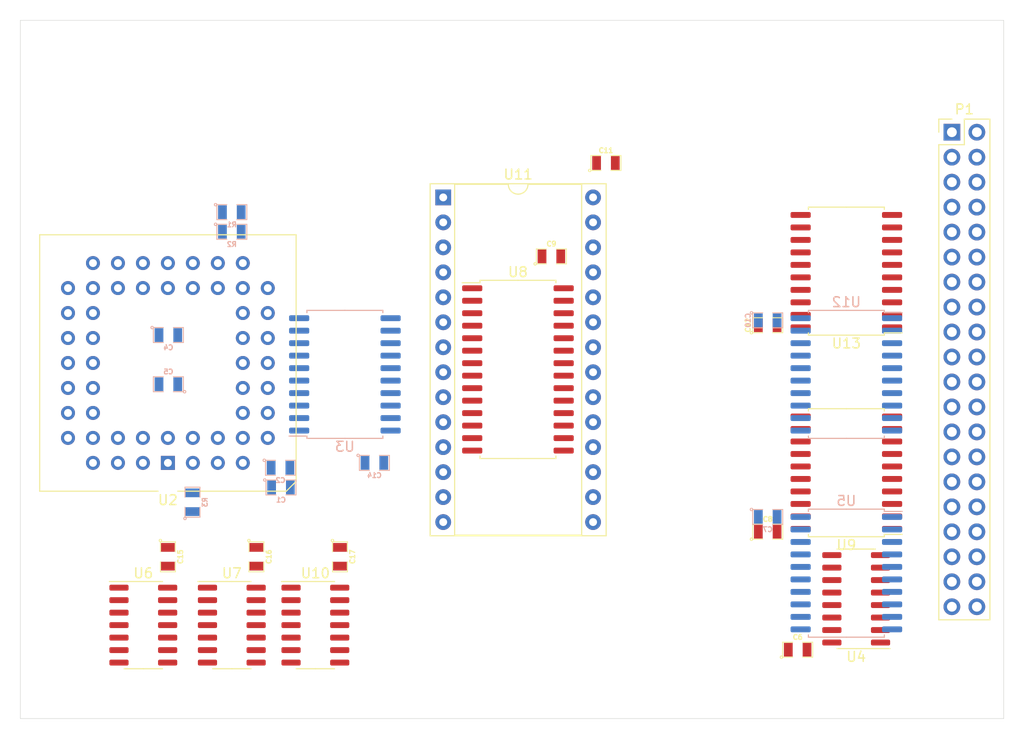
<source format=kicad_pcb>
(kicad_pcb (version 20171130) (host pcbnew 5.1.2-f72e74a~84~ubuntu16.04.1)

  (general
    (thickness 1.6)
    (drawings 6)
    (tracks 0)
    (zones 0)
    (modules 31)
    (nets 119)
  )

  (page A4)
  (layers
    (0 F.Cu signal)
    (31 B.Cu signal)
    (32 B.Adhes user)
    (33 F.Adhes user)
    (34 B.Paste user)
    (35 F.Paste user)
    (36 B.SilkS user)
    (37 F.SilkS user)
    (38 B.Mask user)
    (39 F.Mask user)
    (40 Dwgs.User user)
    (41 Cmts.User user)
    (42 Eco1.User user)
    (43 Eco2.User user)
    (44 Edge.Cuts user)
    (45 Margin user)
    (46 B.CrtYd user)
    (47 F.CrtYd user)
    (48 B.Fab user)
    (49 F.Fab user)
  )

  (setup
    (last_trace_width 0.25)
    (trace_clearance 0.2)
    (zone_clearance 0.508)
    (zone_45_only no)
    (trace_min 0.2)
    (via_size 0.8)
    (via_drill 0.4)
    (via_min_size 0.4)
    (via_min_drill 0.3)
    (uvia_size 0.3)
    (uvia_drill 0.1)
    (uvias_allowed no)
    (uvia_min_size 0.2)
    (uvia_min_drill 0.1)
    (edge_width 0.05)
    (segment_width 0.2)
    (pcb_text_width 0.3)
    (pcb_text_size 1.5 1.5)
    (mod_edge_width 0.12)
    (mod_text_size 1 1)
    (mod_text_width 0.15)
    (pad_size 1.524 1.524)
    (pad_drill 0.762)
    (pad_to_mask_clearance 0.051)
    (solder_mask_min_width 0.25)
    (aux_axis_origin 0 0)
    (visible_elements FFFFFF7F)
    (pcbplotparams
      (layerselection 0x010fc_ffffffff)
      (usegerberextensions false)
      (usegerberattributes false)
      (usegerberadvancedattributes false)
      (creategerberjobfile false)
      (excludeedgelayer true)
      (linewidth 0.100000)
      (plotframeref false)
      (viasonmask false)
      (mode 1)
      (useauxorigin false)
      (hpglpennumber 1)
      (hpglpenspeed 20)
      (hpglpendiameter 15.000000)
      (psnegative false)
      (psa4output false)
      (plotreference true)
      (plotvalue true)
      (plotinvisibletext false)
      (padsonsilk false)
      (subtractmaskfromsilk false)
      (outputformat 1)
      (mirror false)
      (drillshape 1)
      (scaleselection 1)
      (outputdirectory ""))
  )

  (net 0 "")
  (net 1 "Net-(U2-Pad46)")
  (net 2 "Net-(U2-Pad44)")
  (net 3 /A8)
  (net 4 /A10)
  (net 5 /A12)
  (net 6 /A14)
  (net 7 "Net-(U2-Pad47)")
  (net 8 "Net-(U2-Pad45)")
  (net 9 "Net-(U2-Pad43)")
  (net 10 /A9)
  (net 11 /A11)
  (net 12 /A13)
  (net 13 /A15)
  (net 14 /SCL)
  (net 15 /SPIA2)
  (net 16 /SPIA0)
  (net 17 /drSDA)
  (net 18 /CSEN)
  (net 19 /MOSI)
  (net 20 /TXOUT)
  (net 21 /SDA)
  (net 22 "Net-(U2-Pad32)")
  (net 23 /SPIA1)
  (net 24 /drSCL)
  (net 25 VCC)
  (net 26 /SCLK)
  (net 27 /MISO)
  (net 28 /RXIN)
  (net 29 /~XIRQ)
  (net 30 /D7)
  (net 31 /D5)
  (net 32 /D3)
  (net 33 /D1)
  (net 34 "Net-(C2-Pad1)")
  (net 35 /~IRQ)
  (net 36 /~CPURST)
  (net 37 /D6)
  (net 38 /D4)
  (net 39 /D2)
  (net 40 /D0)
  (net 41 "Net-(U2-Pad49)")
  (net 42 GND)
  (net 43 "Net-(C1-Pad1)")
  (net 44 /E)
  (net 45 "Net-(R3-Pad2)")
  (net 46 "Net-(U2-Pad48)")
  (net 47 "Net-(U2-Pad50)")
  (net 48 /R~W)
  (net 49 "Net-(U2-Pad4)")
  (net 50 "Net-(JP1-Pad2)")
  (net 51 "Net-(JP5-Pad1)")
  (net 52 "Net-(JP6-Pad1)")
  (net 53 /A0)
  (net 54 /A1)
  (net 55 /~RD)
  (net 56 /A2)
  (net 57 /A3)
  (net 58 /~CSROM)
  (net 59 /A4)
  (net 60 /A5)
  (net 61 /A6)
  (net 62 /A7)
  (net 63 "Net-(R14-Pad1)")
  (net 64 /bS0)
  (net 65 /bD0)
  (net 66 /bS1)
  (net 67 /bD1)
  (net 68 /bS2)
  (net 69 /bD3)
  (net 70 /bS3)
  (net 71 /bD4)
  (net 72 /bS4)
  (net 73 /bS5)
  (net 74 /bD5)
  (net 75 /bS6)
  (net 76 /bD6)
  (net 77 /bS7)
  (net 78 /bD7)
  (net 79 /bA8)
  (net 80 /bA0)
  (net 81 /bA9)
  (net 82 /bA1)
  (net 83 /bA10)
  (net 84 /bA2)
  (net 85 /bA11)
  (net 86 /bA3)
  (net 87 /bA12)
  (net 88 /bA4)
  (net 89 /bA13)
  (net 90 /bA5)
  (net 91 /bR~W)
  (net 92 /bA6)
  (net 93 /b~CSXRAM)
  (net 94 /bA7)
  (net 95 /bRST)
  (net 96 /bIRQ)
  (net 97 /bXIRQ)
  (net 98 /bE)
  (net 99 /S0)
  (net 100 /S1)
  (net 101 /S2)
  (net 102 /S3)
  (net 103 /S4)
  (net 104 /S5)
  (net 105 /S6)
  (net 106 /S7)
  (net 107 /~CSIO)
  (net 108 "Net-(U6-Pad12)")
  (net 109 /~WR)
  (net 110 /~A14)
  (net 111 /~CSXRAM)
  (net 112 /~A13)
  (net 113 "Net-(U7-Pad10)")
  (net 114 /~CSEXT)
  (net 115 /bD2)
  (net 116 "Net-(JP3-Pad2)")
  (net 117 "Net-(U13-Pad19)")
  (net 118 /b~CSRAM)

  (net_class Default "This is the default net class."
    (clearance 0.2)
    (trace_width 0.25)
    (via_dia 0.8)
    (via_drill 0.4)
    (uvia_dia 0.3)
    (uvia_drill 0.1)
    (add_net /A0)
    (add_net /A1)
    (add_net /A10)
    (add_net /A11)
    (add_net /A12)
    (add_net /A13)
    (add_net /A14)
    (add_net /A15)
    (add_net /A2)
    (add_net /A3)
    (add_net /A4)
    (add_net /A5)
    (add_net /A6)
    (add_net /A7)
    (add_net /A8)
    (add_net /A9)
    (add_net /CSEN)
    (add_net /D0)
    (add_net /D1)
    (add_net /D2)
    (add_net /D3)
    (add_net /D4)
    (add_net /D5)
    (add_net /D6)
    (add_net /D7)
    (add_net /E)
    (add_net /MISO)
    (add_net /MOSI)
    (add_net /RXIN)
    (add_net /R~W)
    (add_net /S0)
    (add_net /S1)
    (add_net /S2)
    (add_net /S3)
    (add_net /S4)
    (add_net /S5)
    (add_net /S6)
    (add_net /S7)
    (add_net /SCL)
    (add_net /SCLK)
    (add_net /SDA)
    (add_net /SPIA0)
    (add_net /SPIA1)
    (add_net /SPIA2)
    (add_net /TXOUT)
    (add_net /bA0)
    (add_net /bA1)
    (add_net /bA10)
    (add_net /bA11)
    (add_net /bA12)
    (add_net /bA13)
    (add_net /bA2)
    (add_net /bA3)
    (add_net /bA4)
    (add_net /bA5)
    (add_net /bA6)
    (add_net /bA7)
    (add_net /bA8)
    (add_net /bA9)
    (add_net /bD0)
    (add_net /bD1)
    (add_net /bD2)
    (add_net /bD3)
    (add_net /bD4)
    (add_net /bD5)
    (add_net /bD6)
    (add_net /bD7)
    (add_net /bE)
    (add_net /bIRQ)
    (add_net /bRST)
    (add_net /bR~W)
    (add_net /bS0)
    (add_net /bS1)
    (add_net /bS2)
    (add_net /bS3)
    (add_net /bS4)
    (add_net /bS5)
    (add_net /bS6)
    (add_net /bS7)
    (add_net /bXIRQ)
    (add_net /b~CSRAM)
    (add_net /b~CSXRAM)
    (add_net /drSCL)
    (add_net /drSDA)
    (add_net /~A13)
    (add_net /~A14)
    (add_net /~CPURST)
    (add_net /~CSEXT)
    (add_net /~CSIO)
    (add_net /~CSROM)
    (add_net /~CSXRAM)
    (add_net /~IRQ)
    (add_net /~RD)
    (add_net /~WR)
    (add_net /~XIRQ)
    (add_net GND)
    (add_net "Net-(C1-Pad1)")
    (add_net "Net-(C2-Pad1)")
    (add_net "Net-(JP1-Pad2)")
    (add_net "Net-(JP3-Pad2)")
    (add_net "Net-(JP5-Pad1)")
    (add_net "Net-(JP6-Pad1)")
    (add_net "Net-(R14-Pad1)")
    (add_net "Net-(R3-Pad2)")
    (add_net "Net-(U13-Pad19)")
    (add_net "Net-(U2-Pad32)")
    (add_net "Net-(U2-Pad4)")
    (add_net "Net-(U2-Pad43)")
    (add_net "Net-(U2-Pad44)")
    (add_net "Net-(U2-Pad45)")
    (add_net "Net-(U2-Pad46)")
    (add_net "Net-(U2-Pad47)")
    (add_net "Net-(U2-Pad48)")
    (add_net "Net-(U2-Pad49)")
    (add_net "Net-(U2-Pad50)")
    (add_net "Net-(U6-Pad12)")
    (add_net "Net-(U7-Pad10)")
    (add_net VCC)
  )

  (module hc11:0805_m2012 (layer B.Cu) (tedit 59AED8F6) (tstamp 5DD4AAF9)
    (at 41.4525 60.5)
    (path /5DFBA1B2)
    (attr smd)
    (fp_text reference C2 (at 0 1.27) (layer B.SilkS)
      (effects (font (size 0.5 0.5) (thickness 0.125)) (justify mirror))
    )
    (fp_text value CSMALL (at 0 -1.27) (layer B.SilkS) hide
      (effects (font (size 0.5 0.5) (thickness 0.125)) (justify mirror))
    )
    (fp_line (start 1.524 -0.762) (end 0.508 -0.762) (layer B.SilkS) (width 0.09906))
    (fp_line (start 1.524 0.762) (end 1.524 -0.762) (layer B.SilkS) (width 0.09906))
    (fp_line (start 0.508 0.762) (end 1.524 0.762) (layer B.SilkS) (width 0.09906))
    (fp_line (start -1.524 0.762) (end -0.508 0.762) (layer B.SilkS) (width 0.09906))
    (fp_line (start -1.524 -0.762) (end -1.524 0.762) (layer B.SilkS) (width 0.09906))
    (fp_line (start -0.508 -0.762) (end -1.524 -0.762) (layer B.SilkS) (width 0.09906))
    (fp_circle (center -1.651 -0.762) (end -1.651 -0.635) (layer B.SilkS) (width 0.09906))
    (pad 2 smd rect (at 0.9525 0) (size 0.889 1.397) (layers B.Cu B.Paste B.Mask)
      (net 42 GND))
    (pad 1 smd rect (at -0.9525 0) (size 0.889 1.397) (layers B.Cu B.Paste B.Mask)
      (net 34 "Net-(C2-Pad1)"))
    (model smd/chip_cms.wrl
      (at (xyz 0 0 0))
      (scale (xyz 0.1 0.1 0.1))
      (rotate (xyz 0 0 0))
    )
  )

  (module hc11:0805_m2012 (layer B.Cu) (tedit 59AED8F6) (tstamp 5DD4AAEC)
    (at 41.5 62.5)
    (path /5DFA93F3)
    (attr smd)
    (fp_text reference C1 (at 0 1.27) (layer B.SilkS)
      (effects (font (size 0.5 0.5) (thickness 0.125)) (justify mirror))
    )
    (fp_text value CSMALL (at 0 -1.27) (layer B.SilkS) hide
      (effects (font (size 0.5 0.5) (thickness 0.125)) (justify mirror))
    )
    (fp_line (start 1.524 -0.762) (end 0.508 -0.762) (layer B.SilkS) (width 0.09906))
    (fp_line (start 1.524 0.762) (end 1.524 -0.762) (layer B.SilkS) (width 0.09906))
    (fp_line (start 0.508 0.762) (end 1.524 0.762) (layer B.SilkS) (width 0.09906))
    (fp_line (start -1.524 0.762) (end -0.508 0.762) (layer B.SilkS) (width 0.09906))
    (fp_line (start -1.524 -0.762) (end -1.524 0.762) (layer B.SilkS) (width 0.09906))
    (fp_line (start -0.508 -0.762) (end -1.524 -0.762) (layer B.SilkS) (width 0.09906))
    (fp_circle (center -1.651 -0.762) (end -1.651 -0.635) (layer B.SilkS) (width 0.09906))
    (pad 2 smd rect (at 0.9525 0) (size 0.889 1.397) (layers B.Cu B.Paste B.Mask)
      (net 42 GND))
    (pad 1 smd rect (at -0.9525 0) (size 0.889 1.397) (layers B.Cu B.Paste B.Mask)
      (net 43 "Net-(C1-Pad1)"))
    (model smd/chip_cms.wrl
      (at (xyz 0 0 0))
      (scale (xyz 0.1 0.1 0.1))
      (rotate (xyz 0 0 0))
    )
  )

  (module hc11:PinHeader_2x20_P2.54mm_Vertical (layer F.Cu) (tedit 5DD42CD3) (tstamp 5DD4A1F8)
    (at 111 50.5)
    (descr "Through hole straight pin header, 2x20, 2.54mm pitch, double rows")
    (tags "Through hole pin header THT 2x20 2.54mm double row")
    (path /5E09606E)
    (fp_text reference P1 (at 0 -26.46) (layer F.SilkS)
      (effects (font (size 1 1) (thickness 0.15)))
    )
    (fp_text value CONN_2X20 (at 0 26.46) (layer F.Fab)
      (effects (font (size 1 1) (thickness 0.15)))
    )
    (fp_text user %R (at 0 0 90) (layer F.Fab)
      (effects (font (size 1 1) (thickness 0.15)))
    )
    (fp_line (start 3.08 -25.93) (end -3.07 -25.93) (layer F.CrtYd) (width 0.05))
    (fp_line (start 3.08 25.92) (end 3.08 -25.93) (layer F.CrtYd) (width 0.05))
    (fp_line (start -3.07 25.92) (end 3.08 25.92) (layer F.CrtYd) (width 0.05))
    (fp_line (start -3.07 -25.93) (end -3.07 25.92) (layer F.CrtYd) (width 0.05))
    (fp_line (start -2.6 -25.46) (end -1.27 -25.46) (layer F.SilkS) (width 0.12))
    (fp_line (start -2.6 -24.13) (end -2.6 -25.46) (layer F.SilkS) (width 0.12))
    (fp_line (start 0 -25.46) (end 2.6 -25.46) (layer F.SilkS) (width 0.12))
    (fp_line (start 0 -22.86) (end 0 -25.46) (layer F.SilkS) (width 0.12))
    (fp_line (start -2.6 -22.86) (end 0 -22.86) (layer F.SilkS) (width 0.12))
    (fp_line (start 2.6 -25.46) (end 2.6 25.46) (layer F.SilkS) (width 0.12))
    (fp_line (start -2.6 -22.86) (end -2.6 25.46) (layer F.SilkS) (width 0.12))
    (fp_line (start -2.6 25.46) (end 2.6 25.46) (layer F.SilkS) (width 0.12))
    (fp_line (start -2.54 -24.13) (end -1.27 -25.4) (layer F.Fab) (width 0.1))
    (fp_line (start -2.54 25.4) (end -2.54 -24.13) (layer F.Fab) (width 0.1))
    (fp_line (start 2.54 25.4) (end -2.54 25.4) (layer F.Fab) (width 0.1))
    (fp_line (start 2.54 -25.4) (end 2.54 25.4) (layer F.Fab) (width 0.1))
    (fp_line (start -1.27 -25.4) (end 2.54 -25.4) (layer F.Fab) (width 0.1))
    (pad 40 thru_hole oval (at 1.27 24.13) (size 1.7 1.7) (drill 1) (layers *.Cu *.Mask)
      (net 64 /bS0))
    (pad 39 thru_hole oval (at -1.27 24.13) (size 1.7 1.7) (drill 1) (layers *.Cu *.Mask)
      (net 66 /bS1))
    (pad 38 thru_hole oval (at 1.27 21.59) (size 1.7 1.7) (drill 1) (layers *.Cu *.Mask)
      (net 68 /bS2))
    (pad 37 thru_hole oval (at -1.27 21.59) (size 1.7 1.7) (drill 1) (layers *.Cu *.Mask)
      (net 70 /bS3))
    (pad 36 thru_hole oval (at 1.27 19.05) (size 1.7 1.7) (drill 1) (layers *.Cu *.Mask)
      (net 72 /bS4))
    (pad 35 thru_hole oval (at -1.27 19.05) (size 1.7 1.7) (drill 1) (layers *.Cu *.Mask)
      (net 73 /bS5))
    (pad 34 thru_hole oval (at 1.27 16.51) (size 1.7 1.7) (drill 1) (layers *.Cu *.Mask)
      (net 75 /bS6))
    (pad 33 thru_hole oval (at -1.27 16.51) (size 1.7 1.7) (drill 1) (layers *.Cu *.Mask)
      (net 77 /bS7))
    (pad 32 thru_hole oval (at 1.27 13.97) (size 1.7 1.7) (drill 1) (layers *.Cu *.Mask)
      (net 65 /bD0))
    (pad 31 thru_hole oval (at -1.27 13.97) (size 1.7 1.7) (drill 1) (layers *.Cu *.Mask)
      (net 67 /bD1))
    (pad 30 thru_hole oval (at 1.27 11.43) (size 1.7 1.7) (drill 1) (layers *.Cu *.Mask)
      (net 115 /bD2))
    (pad 29 thru_hole oval (at -1.27 11.43) (size 1.7 1.7) (drill 1) (layers *.Cu *.Mask)
      (net 69 /bD3))
    (pad 28 thru_hole oval (at 1.27 8.89) (size 1.7 1.7) (drill 1) (layers *.Cu *.Mask)
      (net 71 /bD4))
    (pad 27 thru_hole oval (at -1.27 8.89) (size 1.7 1.7) (drill 1) (layers *.Cu *.Mask)
      (net 74 /bD5))
    (pad 26 thru_hole oval (at 1.27 6.35) (size 1.7 1.7) (drill 1) (layers *.Cu *.Mask)
      (net 76 /bD6))
    (pad 25 thru_hole oval (at -1.27 6.35) (size 1.7 1.7) (drill 1) (layers *.Cu *.Mask)
      (net 78 /bD7))
    (pad 24 thru_hole oval (at 1.27 3.81) (size 1.7 1.7) (drill 1) (layers *.Cu *.Mask)
      (net 80 /bA0))
    (pad 23 thru_hole oval (at -1.27 3.81) (size 1.7 1.7) (drill 1) (layers *.Cu *.Mask)
      (net 82 /bA1))
    (pad 22 thru_hole oval (at 1.27 1.27) (size 1.7 1.7) (drill 1) (layers *.Cu *.Mask)
      (net 84 /bA2))
    (pad 21 thru_hole oval (at -1.27 1.27) (size 1.7 1.7) (drill 1) (layers *.Cu *.Mask)
      (net 86 /bA3))
    (pad 20 thru_hole oval (at 1.27 -1.27) (size 1.7 1.7) (drill 1) (layers *.Cu *.Mask)
      (net 88 /bA4))
    (pad 19 thru_hole oval (at -1.27 -1.27) (size 1.7 1.7) (drill 1) (layers *.Cu *.Mask)
      (net 90 /bA5))
    (pad 18 thru_hole oval (at 1.27 -3.81) (size 1.7 1.7) (drill 1) (layers *.Cu *.Mask)
      (net 92 /bA6))
    (pad 17 thru_hole oval (at -1.27 -3.81) (size 1.7 1.7) (drill 1) (layers *.Cu *.Mask)
      (net 94 /bA7))
    (pad 16 thru_hole oval (at 1.27 -6.35) (size 1.7 1.7) (drill 1) (layers *.Cu *.Mask)
      (net 79 /bA8))
    (pad 15 thru_hole oval (at -1.27 -6.35) (size 1.7 1.7) (drill 1) (layers *.Cu *.Mask)
      (net 81 /bA9))
    (pad 14 thru_hole oval (at 1.27 -8.89) (size 1.7 1.7) (drill 1) (layers *.Cu *.Mask)
      (net 83 /bA10))
    (pad 13 thru_hole oval (at -1.27 -8.89) (size 1.7 1.7) (drill 1) (layers *.Cu *.Mask)
      (net 85 /bA11))
    (pad 12 thru_hole oval (at 1.27 -11.43) (size 1.7 1.7) (drill 1) (layers *.Cu *.Mask)
      (net 87 /bA12))
    (pad 11 thru_hole oval (at -1.27 -11.43) (size 1.7 1.7) (drill 1) (layers *.Cu *.Mask)
      (net 89 /bA13))
    (pad 10 thru_hole oval (at 1.27 -13.97) (size 1.7 1.7) (drill 1) (layers *.Cu *.Mask)
      (net 91 /bR~W))
    (pad 9 thru_hole oval (at -1.27 -13.97) (size 1.7 1.7) (drill 1) (layers *.Cu *.Mask)
      (net 118 /b~CSRAM))
    (pad 8 thru_hole oval (at 1.27 -16.51) (size 1.7 1.7) (drill 1) (layers *.Cu *.Mask)
      (net 95 /bRST))
    (pad 7 thru_hole oval (at -1.27 -16.51) (size 1.7 1.7) (drill 1) (layers *.Cu *.Mask)
      (net 96 /bIRQ))
    (pad 6 thru_hole oval (at 1.27 -19.05) (size 1.7 1.7) (drill 1) (layers *.Cu *.Mask)
      (net 25 VCC))
    (pad 5 thru_hole oval (at -1.27 -19.05) (size 1.7 1.7) (drill 1) (layers *.Cu *.Mask)
      (net 97 /bXIRQ))
    (pad 4 thru_hole oval (at 1.27 -21.59) (size 1.7 1.7) (drill 1) (layers *.Cu *.Mask)
      (net 25 VCC))
    (pad 3 thru_hole oval (at -1.27 -21.59) (size 1.7 1.7) (drill 1) (layers *.Cu *.Mask)
      (net 42 GND))
    (pad 2 thru_hole oval (at 1.27 -24.13) (size 1.7 1.7) (drill 1) (layers *.Cu *.Mask)
      (net 98 /bE))
    (pad 1 thru_hole rect (at -1.27 -24.13) (size 1.7 1.7) (drill 1) (layers *.Cu *.Mask)
      (net 42 GND))
    (model ${KISYS3DMOD}/Connector_PinHeader_2.54mm.3dshapes/PinHeader_2x20_P2.54mm_Vertical.wrl
      (at (xyz 0 0 0))
      (scale (xyz 1 1 1))
      (rotate (xyz 0 0 0))
    )
  )

  (module hc11:0805_m2012 (layer F.Cu) (tedit 59AED8F6) (tstamp 5DD3B500)
    (at 47.5 69.5475 270)
    (path /5DF1DFB1)
    (attr smd)
    (fp_text reference C17 (at 0 -1.27 90) (layer F.SilkS)
      (effects (font (size 0.5 0.5) (thickness 0.125)))
    )
    (fp_text value 100n (at 0 1.27 90) (layer F.SilkS) hide
      (effects (font (size 0.5 0.5) (thickness 0.125)))
    )
    (fp_line (start 1.524 0.762) (end 0.508 0.762) (layer F.SilkS) (width 0.09906))
    (fp_line (start 1.524 -0.762) (end 1.524 0.762) (layer F.SilkS) (width 0.09906))
    (fp_line (start 0.508 -0.762) (end 1.524 -0.762) (layer F.SilkS) (width 0.09906))
    (fp_line (start -1.524 -0.762) (end -0.508 -0.762) (layer F.SilkS) (width 0.09906))
    (fp_line (start -1.524 0.762) (end -1.524 -0.762) (layer F.SilkS) (width 0.09906))
    (fp_line (start -0.508 0.762) (end -1.524 0.762) (layer F.SilkS) (width 0.09906))
    (fp_circle (center -1.651 0.762) (end -1.651 0.635) (layer F.SilkS) (width 0.09906))
    (pad 2 smd rect (at 0.9525 0 270) (size 0.889 1.397) (layers F.Cu F.Paste F.Mask)
      (net 25 VCC))
    (pad 1 smd rect (at -0.9525 0 270) (size 0.889 1.397) (layers F.Cu F.Paste F.Mask)
      (net 42 GND))
    (model smd/chip_cms.wrl
      (at (xyz 0 0 0))
      (scale (xyz 0.1 0.1 0.1))
      (rotate (xyz 0 0 0))
    )
  )

  (module hc11:0805_m2012 (layer F.Cu) (tedit 59AED8F6) (tstamp 5DD3B4F3)
    (at 39 69.5475 270)
    (path /5DE18D12)
    (attr smd)
    (fp_text reference C16 (at 0 -1.27 90) (layer F.SilkS)
      (effects (font (size 0.5 0.5) (thickness 0.125)))
    )
    (fp_text value 100n (at 0 1.27 90) (layer F.SilkS) hide
      (effects (font (size 0.5 0.5) (thickness 0.125)))
    )
    (fp_line (start 1.524 0.762) (end 0.508 0.762) (layer F.SilkS) (width 0.09906))
    (fp_line (start 1.524 -0.762) (end 1.524 0.762) (layer F.SilkS) (width 0.09906))
    (fp_line (start 0.508 -0.762) (end 1.524 -0.762) (layer F.SilkS) (width 0.09906))
    (fp_line (start -1.524 -0.762) (end -0.508 -0.762) (layer F.SilkS) (width 0.09906))
    (fp_line (start -1.524 0.762) (end -1.524 -0.762) (layer F.SilkS) (width 0.09906))
    (fp_line (start -0.508 0.762) (end -1.524 0.762) (layer F.SilkS) (width 0.09906))
    (fp_circle (center -1.651 0.762) (end -1.651 0.635) (layer F.SilkS) (width 0.09906))
    (pad 2 smd rect (at 0.9525 0 270) (size 0.889 1.397) (layers F.Cu F.Paste F.Mask)
      (net 25 VCC))
    (pad 1 smd rect (at -0.9525 0 270) (size 0.889 1.397) (layers F.Cu F.Paste F.Mask)
      (net 42 GND))
    (model smd/chip_cms.wrl
      (at (xyz 0 0 0))
      (scale (xyz 0.1 0.1 0.1))
      (rotate (xyz 0 0 0))
    )
  )

  (module hc11:0805_m2012 (layer F.Cu) (tedit 59AED8F6) (tstamp 5DD3B4E6)
    (at 30 69.5475 270)
    (path /5DDD238A)
    (attr smd)
    (fp_text reference C15 (at 0 -1.27 90) (layer F.SilkS)
      (effects (font (size 0.5 0.5) (thickness 0.125)))
    )
    (fp_text value 100n (at 0 1.27 90) (layer F.SilkS) hide
      (effects (font (size 0.5 0.5) (thickness 0.125)))
    )
    (fp_line (start 1.524 0.762) (end 0.508 0.762) (layer F.SilkS) (width 0.09906))
    (fp_line (start 1.524 -0.762) (end 1.524 0.762) (layer F.SilkS) (width 0.09906))
    (fp_line (start 0.508 -0.762) (end 1.524 -0.762) (layer F.SilkS) (width 0.09906))
    (fp_line (start -1.524 -0.762) (end -0.508 -0.762) (layer F.SilkS) (width 0.09906))
    (fp_line (start -1.524 0.762) (end -1.524 -0.762) (layer F.SilkS) (width 0.09906))
    (fp_line (start -0.508 0.762) (end -1.524 0.762) (layer F.SilkS) (width 0.09906))
    (fp_circle (center -1.651 0.762) (end -1.651 0.635) (layer F.SilkS) (width 0.09906))
    (pad 2 smd rect (at 0.9525 0 270) (size 0.889 1.397) (layers F.Cu F.Paste F.Mask)
      (net 25 VCC))
    (pad 1 smd rect (at -0.9525 0 270) (size 0.889 1.397) (layers F.Cu F.Paste F.Mask)
      (net 42 GND))
    (model smd/chip_cms.wrl
      (at (xyz 0 0 0))
      (scale (xyz 0.1 0.1 0.1))
      (rotate (xyz 0 0 0))
    )
  )

  (module hc11:0805_m2012 (layer F.Cu) (tedit 59AED8F6) (tstamp 5DD3B4A9)
    (at 91 46)
    (path /5E27EEDD)
    (attr smd)
    (fp_text reference C12 (at -2 0 90) (layer F.SilkS)
      (effects (font (size 0.5 0.5) (thickness 0.125)))
    )
    (fp_text value 100n (at 0 1.27) (layer F.SilkS) hide
      (effects (font (size 0.5 0.5) (thickness 0.125)))
    )
    (fp_line (start 1.524 0.762) (end 0.508 0.762) (layer F.SilkS) (width 0.09906))
    (fp_line (start 1.524 -0.762) (end 1.524 0.762) (layer F.SilkS) (width 0.09906))
    (fp_line (start 0.508 -0.762) (end 1.524 -0.762) (layer F.SilkS) (width 0.09906))
    (fp_line (start -1.524 -0.762) (end -0.508 -0.762) (layer F.SilkS) (width 0.09906))
    (fp_line (start -1.524 0.762) (end -1.524 -0.762) (layer F.SilkS) (width 0.09906))
    (fp_line (start -0.508 0.762) (end -1.524 0.762) (layer F.SilkS) (width 0.09906))
    (fp_circle (center -1.651 0.762) (end -1.651 0.635) (layer F.SilkS) (width 0.09906))
    (pad 2 smd rect (at 0.9525 0) (size 0.889 1.397) (layers F.Cu F.Paste F.Mask)
      (net 25 VCC))
    (pad 1 smd rect (at -0.9525 0) (size 0.889 1.397) (layers F.Cu F.Paste F.Mask)
      (net 42 GND))
    (model smd/chip_cms.wrl
      (at (xyz 0 0 0))
      (scale (xyz 0.1 0.1 0.1))
      (rotate (xyz 0 0 0))
    )
  )

  (module hc11:0805_m2012 (layer B.Cu) (tedit 59AED8F6) (tstamp 5DD3520C)
    (at 32.5 64 90)
    (path /5F1BE4A5)
    (attr smd)
    (fp_text reference R3 (at 0 1.27 270) (layer B.SilkS)
      (effects (font (size 0.5 0.5) (thickness 0.125)) (justify mirror))
    )
    (fp_text value 10k (at 0 -1.27 270) (layer B.SilkS) hide
      (effects (font (size 0.5 0.5) (thickness 0.125)) (justify mirror))
    )
    (fp_line (start 1.524 -0.762) (end 0.508 -0.762) (layer B.SilkS) (width 0.09906))
    (fp_line (start 1.524 0.762) (end 1.524 -0.762) (layer B.SilkS) (width 0.09906))
    (fp_line (start 0.508 0.762) (end 1.524 0.762) (layer B.SilkS) (width 0.09906))
    (fp_line (start -1.524 0.762) (end -0.508 0.762) (layer B.SilkS) (width 0.09906))
    (fp_line (start -1.524 -0.762) (end -1.524 0.762) (layer B.SilkS) (width 0.09906))
    (fp_line (start -0.508 -0.762) (end -1.524 -0.762) (layer B.SilkS) (width 0.09906))
    (fp_circle (center -1.651 -0.762) (end -1.651 -0.635) (layer B.SilkS) (width 0.09906))
    (pad 2 smd rect (at 0.9525 0 90) (size 0.889 1.397) (layers B.Cu B.Paste B.Mask)
      (net 45 "Net-(R3-Pad2)"))
    (pad 1 smd rect (at -0.9525 0 90) (size 0.889 1.397) (layers B.Cu B.Paste B.Mask)
      (net 116 "Net-(JP3-Pad2)"))
    (model smd/chip_cms.wrl
      (at (xyz 0 0 0))
      (scale (xyz 0.1 0.1 0.1))
      (rotate (xyz 0 0 0))
    )
  )

  (module hc11:0805_m2012 (layer B.Cu) (tedit 59AED8F6) (tstamp 5DD351FF)
    (at 36.5 36.5)
    (path /5E001A77)
    (attr smd)
    (fp_text reference R2 (at 0 1.27) (layer B.SilkS)
      (effects (font (size 0.5 0.5) (thickness 0.125)) (justify mirror))
    )
    (fp_text value 10k (at 0 -1.27) (layer B.SilkS) hide
      (effects (font (size 0.5 0.5) (thickness 0.125)) (justify mirror))
    )
    (fp_line (start 1.524 -0.762) (end 0.508 -0.762) (layer B.SilkS) (width 0.09906))
    (fp_line (start 1.524 0.762) (end 1.524 -0.762) (layer B.SilkS) (width 0.09906))
    (fp_line (start 0.508 0.762) (end 1.524 0.762) (layer B.SilkS) (width 0.09906))
    (fp_line (start -1.524 0.762) (end -0.508 0.762) (layer B.SilkS) (width 0.09906))
    (fp_line (start -1.524 -0.762) (end -1.524 0.762) (layer B.SilkS) (width 0.09906))
    (fp_line (start -0.508 -0.762) (end -1.524 -0.762) (layer B.SilkS) (width 0.09906))
    (fp_circle (center -1.651 -0.762) (end -1.651 -0.635) (layer B.SilkS) (width 0.09906))
    (pad 2 smd rect (at 0.9525 0) (size 0.889 1.397) (layers B.Cu B.Paste B.Mask)
      (net 20 /TXOUT))
    (pad 1 smd rect (at -0.9525 0) (size 0.889 1.397) (layers B.Cu B.Paste B.Mask)
      (net 25 VCC))
    (model smd/chip_cms.wrl
      (at (xyz 0 0 0))
      (scale (xyz 0.1 0.1 0.1))
      (rotate (xyz 0 0 0))
    )
  )

  (module hc11:0805_m2012 (layer B.Cu) (tedit 59AED8F6) (tstamp 5DD351F2)
    (at 36.5 34.5)
    (path /5E0016D6)
    (attr smd)
    (fp_text reference R1 (at 0 1.27) (layer B.SilkS)
      (effects (font (size 0.5 0.5) (thickness 0.125)) (justify mirror))
    )
    (fp_text value 10k (at 0 -1.27) (layer B.SilkS) hide
      (effects (font (size 0.5 0.5) (thickness 0.125)) (justify mirror))
    )
    (fp_line (start 1.524 -0.762) (end 0.508 -0.762) (layer B.SilkS) (width 0.09906))
    (fp_line (start 1.524 0.762) (end 1.524 -0.762) (layer B.SilkS) (width 0.09906))
    (fp_line (start 0.508 0.762) (end 1.524 0.762) (layer B.SilkS) (width 0.09906))
    (fp_line (start -1.524 0.762) (end -0.508 0.762) (layer B.SilkS) (width 0.09906))
    (fp_line (start -1.524 -0.762) (end -1.524 0.762) (layer B.SilkS) (width 0.09906))
    (fp_line (start -0.508 -0.762) (end -1.524 -0.762) (layer B.SilkS) (width 0.09906))
    (fp_circle (center -1.651 -0.762) (end -1.651 -0.635) (layer B.SilkS) (width 0.09906))
    (pad 2 smd rect (at 0.9525 0) (size 0.889 1.397) (layers B.Cu B.Paste B.Mask)
      (net 28 /RXIN))
    (pad 1 smd rect (at -0.9525 0) (size 0.889 1.397) (layers B.Cu B.Paste B.Mask)
      (net 25 VCC))
    (model smd/chip_cms.wrl
      (at (xyz 0 0 0))
      (scale (xyz 0.1 0.1 0.1))
      (rotate (xyz 0 0 0))
    )
  )

  (module hc11:0805_m2012 (layer B.Cu) (tedit 59AED8F6) (tstamp 5DD3516B)
    (at 51 60)
    (path /5E232CDC)
    (attr smd)
    (fp_text reference C14 (at 0 1.27) (layer B.SilkS)
      (effects (font (size 0.5 0.5) (thickness 0.125)) (justify mirror))
    )
    (fp_text value 100n (at 0 -1.27) (layer B.SilkS) hide
      (effects (font (size 0.5 0.5) (thickness 0.125)) (justify mirror))
    )
    (fp_line (start 1.524 -0.762) (end 0.508 -0.762) (layer B.SilkS) (width 0.09906))
    (fp_line (start 1.524 0.762) (end 1.524 -0.762) (layer B.SilkS) (width 0.09906))
    (fp_line (start 0.508 0.762) (end 1.524 0.762) (layer B.SilkS) (width 0.09906))
    (fp_line (start -1.524 0.762) (end -0.508 0.762) (layer B.SilkS) (width 0.09906))
    (fp_line (start -1.524 -0.762) (end -1.524 0.762) (layer B.SilkS) (width 0.09906))
    (fp_line (start -0.508 -0.762) (end -1.524 -0.762) (layer B.SilkS) (width 0.09906))
    (fp_circle (center -1.651 -0.762) (end -1.651 -0.635) (layer B.SilkS) (width 0.09906))
    (pad 2 smd rect (at 0.9525 0) (size 0.889 1.397) (layers B.Cu B.Paste B.Mask)
      (net 25 VCC))
    (pad 1 smd rect (at -0.9525 0) (size 0.889 1.397) (layers B.Cu B.Paste B.Mask)
      (net 42 GND))
    (model smd/chip_cms.wrl
      (at (xyz 0 0 0))
      (scale (xyz 0.1 0.1 0.1))
      (rotate (xyz 0 0 0))
    )
  )

  (module hc11:0805_m2012 (layer F.Cu) (tedit 59AED8F6) (tstamp 5DD35151)
    (at 74.5475 29.5)
    (path /5DB4833A)
    (attr smd)
    (fp_text reference C11 (at 0 -1.27) (layer F.SilkS)
      (effects (font (size 0.5 0.5) (thickness 0.125)))
    )
    (fp_text value 1uF (at 0 1.27) (layer F.SilkS) hide
      (effects (font (size 0.5 0.5) (thickness 0.125)))
    )
    (fp_line (start 1.524 0.762) (end 0.508 0.762) (layer F.SilkS) (width 0.09906))
    (fp_line (start 1.524 -0.762) (end 1.524 0.762) (layer F.SilkS) (width 0.09906))
    (fp_line (start 0.508 -0.762) (end 1.524 -0.762) (layer F.SilkS) (width 0.09906))
    (fp_line (start -1.524 -0.762) (end -0.508 -0.762) (layer F.SilkS) (width 0.09906))
    (fp_line (start -1.524 0.762) (end -1.524 -0.762) (layer F.SilkS) (width 0.09906))
    (fp_line (start -0.508 0.762) (end -1.524 0.762) (layer F.SilkS) (width 0.09906))
    (fp_circle (center -1.651 0.762) (end -1.651 0.635) (layer F.SilkS) (width 0.09906))
    (pad 2 smd rect (at 0.9525 0) (size 0.889 1.397) (layers F.Cu F.Paste F.Mask)
      (net 42 GND))
    (pad 1 smd rect (at -0.9525 0) (size 0.889 1.397) (layers F.Cu F.Paste F.Mask)
      (net 25 VCC))
    (model smd/chip_cms.wrl
      (at (xyz 0 0 0))
      (scale (xyz 0.1 0.1 0.1))
      (rotate (xyz 0 0 0))
    )
  )

  (module hc11:0805_m2012 (layer B.Cu) (tedit 59AED8F6) (tstamp 5DD35144)
    (at 91 45.5)
    (path /5E25FEB7)
    (attr smd)
    (fp_text reference C10 (at -2 0 90) (layer B.SilkS)
      (effects (font (size 0.5 0.5) (thickness 0.125)) (justify mirror))
    )
    (fp_text value 100n (at 0 -1.27) (layer B.SilkS) hide
      (effects (font (size 0.5 0.5) (thickness 0.125)) (justify mirror))
    )
    (fp_line (start 1.524 -0.762) (end 0.508 -0.762) (layer B.SilkS) (width 0.09906))
    (fp_line (start 1.524 0.762) (end 1.524 -0.762) (layer B.SilkS) (width 0.09906))
    (fp_line (start 0.508 0.762) (end 1.524 0.762) (layer B.SilkS) (width 0.09906))
    (fp_line (start -1.524 0.762) (end -0.508 0.762) (layer B.SilkS) (width 0.09906))
    (fp_line (start -1.524 -0.762) (end -1.524 0.762) (layer B.SilkS) (width 0.09906))
    (fp_line (start -0.508 -0.762) (end -1.524 -0.762) (layer B.SilkS) (width 0.09906))
    (fp_circle (center -1.651 -0.762) (end -1.651 -0.635) (layer B.SilkS) (width 0.09906))
    (pad 2 smd rect (at 0.9525 0) (size 0.889 1.397) (layers B.Cu B.Paste B.Mask)
      (net 25 VCC))
    (pad 1 smd rect (at -0.9525 0) (size 0.889 1.397) (layers B.Cu B.Paste B.Mask)
      (net 42 GND))
    (model smd/chip_cms.wrl
      (at (xyz 0 0 0))
      (scale (xyz 0.1 0.1 0.1))
      (rotate (xyz 0 0 0))
    )
  )

  (module hc11:0805_m2012 (layer F.Cu) (tedit 59AED8F6) (tstamp 5DD35137)
    (at 69 39)
    (path /5DADB4A4)
    (attr smd)
    (fp_text reference C9 (at 0 -1.27) (layer F.SilkS)
      (effects (font (size 0.5 0.5) (thickness 0.125)))
    )
    (fp_text value 100n (at 0 1.27) (layer F.SilkS) hide
      (effects (font (size 0.5 0.5) (thickness 0.125)))
    )
    (fp_line (start 1.524 0.762) (end 0.508 0.762) (layer F.SilkS) (width 0.09906))
    (fp_line (start 1.524 -0.762) (end 1.524 0.762) (layer F.SilkS) (width 0.09906))
    (fp_line (start 0.508 -0.762) (end 1.524 -0.762) (layer F.SilkS) (width 0.09906))
    (fp_line (start -1.524 -0.762) (end -0.508 -0.762) (layer F.SilkS) (width 0.09906))
    (fp_line (start -1.524 0.762) (end -1.524 -0.762) (layer F.SilkS) (width 0.09906))
    (fp_line (start -0.508 0.762) (end -1.524 0.762) (layer F.SilkS) (width 0.09906))
    (fp_circle (center -1.651 0.762) (end -1.651 0.635) (layer F.SilkS) (width 0.09906))
    (pad 2 smd rect (at 0.9525 0) (size 0.889 1.397) (layers F.Cu F.Paste F.Mask)
      (net 25 VCC))
    (pad 1 smd rect (at -0.9525 0) (size 0.889 1.397) (layers F.Cu F.Paste F.Mask)
      (net 42 GND))
    (model smd/chip_cms.wrl
      (at (xyz 0 0 0))
      (scale (xyz 0.1 0.1 0.1))
      (rotate (xyz 0 0 0))
    )
  )

  (module hc11:0805_m2012 (layer F.Cu) (tedit 59AED8F6) (tstamp 5DD3512A)
    (at 91 67)
    (path /5E2413CE)
    (attr smd)
    (fp_text reference C8 (at 0 -1.27) (layer F.SilkS)
      (effects (font (size 0.5 0.5) (thickness 0.125)))
    )
    (fp_text value 100n (at 0 1.27) (layer F.SilkS) hide
      (effects (font (size 0.5 0.5) (thickness 0.125)))
    )
    (fp_line (start 1.524 0.762) (end 0.508 0.762) (layer F.SilkS) (width 0.09906))
    (fp_line (start 1.524 -0.762) (end 1.524 0.762) (layer F.SilkS) (width 0.09906))
    (fp_line (start 0.508 -0.762) (end 1.524 -0.762) (layer F.SilkS) (width 0.09906))
    (fp_line (start -1.524 -0.762) (end -0.508 -0.762) (layer F.SilkS) (width 0.09906))
    (fp_line (start -1.524 0.762) (end -1.524 -0.762) (layer F.SilkS) (width 0.09906))
    (fp_line (start -0.508 0.762) (end -1.524 0.762) (layer F.SilkS) (width 0.09906))
    (fp_circle (center -1.651 0.762) (end -1.651 0.635) (layer F.SilkS) (width 0.09906))
    (pad 2 smd rect (at 0.9525 0) (size 0.889 1.397) (layers F.Cu F.Paste F.Mask)
      (net 25 VCC))
    (pad 1 smd rect (at -0.9525 0) (size 0.889 1.397) (layers F.Cu F.Paste F.Mask)
      (net 42 GND))
    (model smd/chip_cms.wrl
      (at (xyz 0 0 0))
      (scale (xyz 0.1 0.1 0.1))
      (rotate (xyz 0 0 0))
    )
  )

  (module hc11:0805_m2012 (layer B.Cu) (tedit 59AED8F6) (tstamp 5DD3511D)
    (at 91 65.5)
    (path /5DED5DED)
    (attr smd)
    (fp_text reference C7 (at 0 1.27) (layer B.SilkS)
      (effects (font (size 0.5 0.5) (thickness 0.125)) (justify mirror))
    )
    (fp_text value 100n (at 0 -1.27) (layer B.SilkS) hide
      (effects (font (size 0.5 0.5) (thickness 0.125)) (justify mirror))
    )
    (fp_line (start 1.524 -0.762) (end 0.508 -0.762) (layer B.SilkS) (width 0.09906))
    (fp_line (start 1.524 0.762) (end 1.524 -0.762) (layer B.SilkS) (width 0.09906))
    (fp_line (start 0.508 0.762) (end 1.524 0.762) (layer B.SilkS) (width 0.09906))
    (fp_line (start -1.524 0.762) (end -0.508 0.762) (layer B.SilkS) (width 0.09906))
    (fp_line (start -1.524 -0.762) (end -1.524 0.762) (layer B.SilkS) (width 0.09906))
    (fp_line (start -0.508 -0.762) (end -1.524 -0.762) (layer B.SilkS) (width 0.09906))
    (fp_circle (center -1.651 -0.762) (end -1.651 -0.635) (layer B.SilkS) (width 0.09906))
    (pad 2 smd rect (at 0.9525 0) (size 0.889 1.397) (layers B.Cu B.Paste B.Mask)
      (net 25 VCC))
    (pad 1 smd rect (at -0.9525 0) (size 0.889 1.397) (layers B.Cu B.Paste B.Mask)
      (net 42 GND))
    (model smd/chip_cms.wrl
      (at (xyz 0 0 0))
      (scale (xyz 0.1 0.1 0.1))
      (rotate (xyz 0 0 0))
    )
  )

  (module hc11:0805_m2012 (layer F.Cu) (tedit 59AED8F6) (tstamp 5DD35110)
    (at 94.0475 79)
    (path /5DC7DEB4)
    (attr smd)
    (fp_text reference C6 (at 0 -1.27) (layer F.SilkS)
      (effects (font (size 0.5 0.5) (thickness 0.125)))
    )
    (fp_text value 100n (at 0 1.27) (layer F.SilkS) hide
      (effects (font (size 0.5 0.5) (thickness 0.125)))
    )
    (fp_line (start 1.524 0.762) (end 0.508 0.762) (layer F.SilkS) (width 0.09906))
    (fp_line (start 1.524 -0.762) (end 1.524 0.762) (layer F.SilkS) (width 0.09906))
    (fp_line (start 0.508 -0.762) (end 1.524 -0.762) (layer F.SilkS) (width 0.09906))
    (fp_line (start -1.524 -0.762) (end -0.508 -0.762) (layer F.SilkS) (width 0.09906))
    (fp_line (start -1.524 0.762) (end -1.524 -0.762) (layer F.SilkS) (width 0.09906))
    (fp_line (start -0.508 0.762) (end -1.524 0.762) (layer F.SilkS) (width 0.09906))
    (fp_circle (center -1.651 0.762) (end -1.651 0.635) (layer F.SilkS) (width 0.09906))
    (pad 2 smd rect (at 0.9525 0) (size 0.889 1.397) (layers F.Cu F.Paste F.Mask)
      (net 25 VCC))
    (pad 1 smd rect (at -0.9525 0) (size 0.889 1.397) (layers F.Cu F.Paste F.Mask)
      (net 42 GND))
    (model smd/chip_cms.wrl
      (at (xyz 0 0 0))
      (scale (xyz 0.1 0.1 0.1))
      (rotate (xyz 0 0 0))
    )
  )

  (module hc11:0805_m2012 (layer B.Cu) (tedit 59AED8F6) (tstamp 5DD35103)
    (at 30.0475 52 180)
    (path /5DEFBF69)
    (attr smd)
    (fp_text reference C5 (at 0 1.27) (layer B.SilkS)
      (effects (font (size 0.5 0.5) (thickness 0.125)) (justify mirror))
    )
    (fp_text value 1u (at 0 -1.27) (layer B.SilkS) hide
      (effects (font (size 0.5 0.5) (thickness 0.125)) (justify mirror))
    )
    (fp_line (start 1.524 -0.762) (end 0.508 -0.762) (layer B.SilkS) (width 0.09906))
    (fp_line (start 1.524 0.762) (end 1.524 -0.762) (layer B.SilkS) (width 0.09906))
    (fp_line (start 0.508 0.762) (end 1.524 0.762) (layer B.SilkS) (width 0.09906))
    (fp_line (start -1.524 0.762) (end -0.508 0.762) (layer B.SilkS) (width 0.09906))
    (fp_line (start -1.524 -0.762) (end -1.524 0.762) (layer B.SilkS) (width 0.09906))
    (fp_line (start -0.508 -0.762) (end -1.524 -0.762) (layer B.SilkS) (width 0.09906))
    (fp_circle (center -1.651 -0.762) (end -1.651 -0.635) (layer B.SilkS) (width 0.09906))
    (pad 2 smd rect (at 0.9525 0 180) (size 0.889 1.397) (layers B.Cu B.Paste B.Mask)
      (net 25 VCC))
    (pad 1 smd rect (at -0.9525 0 180) (size 0.889 1.397) (layers B.Cu B.Paste B.Mask)
      (net 42 GND))
    (model smd/chip_cms.wrl
      (at (xyz 0 0 0))
      (scale (xyz 0.1 0.1 0.1))
      (rotate (xyz 0 0 0))
    )
  )

  (module hc11:0805_m2012 (layer B.Cu) (tedit 59AED8F6) (tstamp 5DD350F6)
    (at 30.0475 47)
    (path /5DEFB996)
    (attr smd)
    (fp_text reference C4 (at 0 1.27) (layer B.SilkS)
      (effects (font (size 0.5 0.5) (thickness 0.125)) (justify mirror))
    )
    (fp_text value 10n (at 0 -1.27) (layer B.SilkS) hide
      (effects (font (size 0.5 0.5) (thickness 0.125)) (justify mirror))
    )
    (fp_line (start 1.524 -0.762) (end 0.508 -0.762) (layer B.SilkS) (width 0.09906))
    (fp_line (start 1.524 0.762) (end 1.524 -0.762) (layer B.SilkS) (width 0.09906))
    (fp_line (start 0.508 0.762) (end 1.524 0.762) (layer B.SilkS) (width 0.09906))
    (fp_line (start -1.524 0.762) (end -0.508 0.762) (layer B.SilkS) (width 0.09906))
    (fp_line (start -1.524 -0.762) (end -1.524 0.762) (layer B.SilkS) (width 0.09906))
    (fp_line (start -0.508 -0.762) (end -1.524 -0.762) (layer B.SilkS) (width 0.09906))
    (fp_circle (center -1.651 -0.762) (end -1.651 -0.635) (layer B.SilkS) (width 0.09906))
    (pad 2 smd rect (at 0.9525 0) (size 0.889 1.397) (layers B.Cu B.Paste B.Mask)
      (net 42 GND))
    (pad 1 smd rect (at -0.9525 0) (size 0.889 1.397) (layers B.Cu B.Paste B.Mask)
      (net 25 VCC))
    (model smd/chip_cms.wrl
      (at (xyz 0 0 0))
      (scale (xyz 0.1 0.1 0.1))
      (rotate (xyz 0 0 0))
    )
  )

  (module hc11:SOIC-20W_7.5x12.8mm_P1.27mm (layer F.Cu) (tedit 5D9F72B1) (tstamp 5DD322FF)
    (at 99 40.5 180)
    (descr "SOIC, 20 Pin (JEDEC MS-013AC, https://www.analog.com/media/en/package-pcb-resources/package/233848rw_20.pdf), generated with kicad-footprint-generator ipc_gullwing_generator.py")
    (tags "SOIC SO")
    (path /5DF62A7A)
    (attr smd)
    (fp_text reference U13 (at 0 -7.35) (layer F.SilkS)
      (effects (font (size 1 1) (thickness 0.15)))
    )
    (fp_text value 74LS245 (at 0 7.35) (layer F.Fab)
      (effects (font (size 1 1) (thickness 0.15)))
    )
    (fp_text user %R (at 0 0) (layer F.Fab)
      (effects (font (size 1 1) (thickness 0.15)))
    )
    (fp_line (start 5.93 -6.65) (end -5.93 -6.65) (layer F.CrtYd) (width 0.05))
    (fp_line (start 5.93 6.65) (end 5.93 -6.65) (layer F.CrtYd) (width 0.05))
    (fp_line (start -5.93 6.65) (end 5.93 6.65) (layer F.CrtYd) (width 0.05))
    (fp_line (start -5.93 -6.65) (end -5.93 6.65) (layer F.CrtYd) (width 0.05))
    (fp_line (start -3.75 -5.4) (end -2.75 -6.4) (layer F.Fab) (width 0.1))
    (fp_line (start -3.75 6.4) (end -3.75 -5.4) (layer F.Fab) (width 0.1))
    (fp_line (start 3.75 6.4) (end -3.75 6.4) (layer F.Fab) (width 0.1))
    (fp_line (start 3.75 -6.4) (end 3.75 6.4) (layer F.Fab) (width 0.1))
    (fp_line (start -2.75 -6.4) (end 3.75 -6.4) (layer F.Fab) (width 0.1))
    (fp_line (start -3.86 -6.275) (end -5.675 -6.275) (layer F.SilkS) (width 0.12))
    (fp_line (start -3.86 -6.51) (end -3.86 -6.275) (layer F.SilkS) (width 0.12))
    (fp_line (start 0 -6.51) (end -3.86 -6.51) (layer F.SilkS) (width 0.12))
    (fp_line (start 3.86 -6.51) (end 3.86 -6.275) (layer F.SilkS) (width 0.12))
    (fp_line (start 0 -6.51) (end 3.86 -6.51) (layer F.SilkS) (width 0.12))
    (fp_line (start -3.86 6.51) (end -3.86 6.275) (layer F.SilkS) (width 0.12))
    (fp_line (start 0 6.51) (end -3.86 6.51) (layer F.SilkS) (width 0.12))
    (fp_line (start 3.86 6.51) (end 3.86 6.275) (layer F.SilkS) (width 0.12))
    (fp_line (start 0 6.51) (end 3.86 6.51) (layer F.SilkS) (width 0.12))
    (pad 20 smd roundrect (at 4.65 -5.715 180) (size 2.05 0.6) (layers F.Cu F.Paste F.Mask) (roundrect_rratio 0.25)
      (net 25 VCC))
    (pad 19 smd roundrect (at 4.65 -4.445 180) (size 2.05 0.6) (layers F.Cu F.Paste F.Mask) (roundrect_rratio 0.25)
      (net 117 "Net-(U13-Pad19)"))
    (pad 18 smd roundrect (at 4.65 -3.175 180) (size 2.05 0.6) (layers F.Cu F.Paste F.Mask) (roundrect_rratio 0.25)
      (net 3 /A8))
    (pad 17 smd roundrect (at 4.65 -1.905 180) (size 2.05 0.6) (layers F.Cu F.Paste F.Mask) (roundrect_rratio 0.25)
      (net 10 /A9))
    (pad 16 smd roundrect (at 4.65 -0.635 180) (size 2.05 0.6) (layers F.Cu F.Paste F.Mask) (roundrect_rratio 0.25)
      (net 4 /A10))
    (pad 15 smd roundrect (at 4.65 0.635 180) (size 2.05 0.6) (layers F.Cu F.Paste F.Mask) (roundrect_rratio 0.25)
      (net 11 /A11))
    (pad 14 smd roundrect (at 4.65 1.905 180) (size 2.05 0.6) (layers F.Cu F.Paste F.Mask) (roundrect_rratio 0.25)
      (net 5 /A12))
    (pad 13 smd roundrect (at 4.65 3.175 180) (size 2.05 0.6) (layers F.Cu F.Paste F.Mask) (roundrect_rratio 0.25)
      (net 12 /A13))
    (pad 12 smd roundrect (at 4.65 4.445 180) (size 2.05 0.6) (layers F.Cu F.Paste F.Mask) (roundrect_rratio 0.25)
      (net 48 /R~W))
    (pad 11 smd roundrect (at 4.65 5.715 180) (size 2.05 0.6) (layers F.Cu F.Paste F.Mask) (roundrect_rratio 0.25)
      (net 111 /~CSXRAM))
    (pad 10 smd roundrect (at -4.65 5.715 180) (size 2.05 0.6) (layers F.Cu F.Paste F.Mask) (roundrect_rratio 0.25)
      (net 42 GND))
    (pad 9 smd roundrect (at -4.65 4.445 180) (size 2.05 0.6) (layers F.Cu F.Paste F.Mask) (roundrect_rratio 0.25)
      (net 93 /b~CSXRAM))
    (pad 8 smd roundrect (at -4.65 3.175 180) (size 2.05 0.6) (layers F.Cu F.Paste F.Mask) (roundrect_rratio 0.25)
      (net 91 /bR~W))
    (pad 7 smd roundrect (at -4.65 1.905 180) (size 2.05 0.6) (layers F.Cu F.Paste F.Mask) (roundrect_rratio 0.25)
      (net 89 /bA13))
    (pad 6 smd roundrect (at -4.65 0.635 180) (size 2.05 0.6) (layers F.Cu F.Paste F.Mask) (roundrect_rratio 0.25)
      (net 87 /bA12))
    (pad 5 smd roundrect (at -4.65 -0.635 180) (size 2.05 0.6) (layers F.Cu F.Paste F.Mask) (roundrect_rratio 0.25)
      (net 85 /bA11))
    (pad 4 smd roundrect (at -4.65 -1.905 180) (size 2.05 0.6) (layers F.Cu F.Paste F.Mask) (roundrect_rratio 0.25)
      (net 83 /bA10))
    (pad 3 smd roundrect (at -4.65 -3.175 180) (size 2.05 0.6) (layers F.Cu F.Paste F.Mask) (roundrect_rratio 0.25)
      (net 81 /bA9))
    (pad 2 smd roundrect (at -4.65 -4.445 180) (size 2.05 0.6) (layers F.Cu F.Paste F.Mask) (roundrect_rratio 0.25)
      (net 79 /bA8))
    (pad 1 smd roundrect (at -4.65 -5.715 180) (size 2.05 0.6) (layers F.Cu F.Paste F.Mask) (roundrect_rratio 0.25)
      (net 42 GND))
    (model ${KISYS3DMOD}/Package_SO.3dshapes/SOIC-20W_7.5x12.8mm_P1.27mm.wrl
      (at (xyz 0 0 0))
      (scale (xyz 1 1 1))
      (rotate (xyz 0 0 0))
    )
  )

  (module hc11:SOIC-20W_7.5x12.8mm_P1.27mm (layer B.Cu) (tedit 5D9F72B1) (tstamp 5DD32F23)
    (at 99 51 180)
    (descr "SOIC, 20 Pin (JEDEC MS-013AC, https://www.analog.com/media/en/package-pcb-resources/package/233848rw_20.pdf), generated with kicad-footprint-generator ipc_gullwing_generator.py")
    (tags "SOIC SO")
    (path /5E20ADF8)
    (attr smd)
    (fp_text reference U12 (at 0 7.35) (layer B.SilkS)
      (effects (font (size 1 1) (thickness 0.15)) (justify mirror))
    )
    (fp_text value 74LS245 (at 0 -7.35) (layer B.Fab)
      (effects (font (size 1 1) (thickness 0.15)) (justify mirror))
    )
    (fp_text user %R (at 0 0) (layer B.Fab)
      (effects (font (size 1 1) (thickness 0.15)) (justify mirror))
    )
    (fp_line (start 5.93 6.65) (end -5.93 6.65) (layer B.CrtYd) (width 0.05))
    (fp_line (start 5.93 -6.65) (end 5.93 6.65) (layer B.CrtYd) (width 0.05))
    (fp_line (start -5.93 -6.65) (end 5.93 -6.65) (layer B.CrtYd) (width 0.05))
    (fp_line (start -5.93 6.65) (end -5.93 -6.65) (layer B.CrtYd) (width 0.05))
    (fp_line (start -3.75 5.4) (end -2.75 6.4) (layer B.Fab) (width 0.1))
    (fp_line (start -3.75 -6.4) (end -3.75 5.4) (layer B.Fab) (width 0.1))
    (fp_line (start 3.75 -6.4) (end -3.75 -6.4) (layer B.Fab) (width 0.1))
    (fp_line (start 3.75 6.4) (end 3.75 -6.4) (layer B.Fab) (width 0.1))
    (fp_line (start -2.75 6.4) (end 3.75 6.4) (layer B.Fab) (width 0.1))
    (fp_line (start -3.86 6.275) (end -5.675 6.275) (layer B.SilkS) (width 0.12))
    (fp_line (start -3.86 6.51) (end -3.86 6.275) (layer B.SilkS) (width 0.12))
    (fp_line (start 0 6.51) (end -3.86 6.51) (layer B.SilkS) (width 0.12))
    (fp_line (start 3.86 6.51) (end 3.86 6.275) (layer B.SilkS) (width 0.12))
    (fp_line (start 0 6.51) (end 3.86 6.51) (layer B.SilkS) (width 0.12))
    (fp_line (start -3.86 -6.51) (end -3.86 -6.275) (layer B.SilkS) (width 0.12))
    (fp_line (start 0 -6.51) (end -3.86 -6.51) (layer B.SilkS) (width 0.12))
    (fp_line (start 3.86 -6.51) (end 3.86 -6.275) (layer B.SilkS) (width 0.12))
    (fp_line (start 0 -6.51) (end 3.86 -6.51) (layer B.SilkS) (width 0.12))
    (pad 20 smd roundrect (at 4.65 5.715 180) (size 2.05 0.6) (layers B.Cu B.Paste B.Mask) (roundrect_rratio 0.25)
      (net 25 VCC))
    (pad 19 smd roundrect (at 4.65 4.445 180) (size 2.05 0.6) (layers B.Cu B.Paste B.Mask) (roundrect_rratio 0.25)
      (net 114 /~CSEXT))
    (pad 18 smd roundrect (at 4.65 3.175 180) (size 2.05 0.6) (layers B.Cu B.Paste B.Mask) (roundrect_rratio 0.25)
      (net 62 /A7))
    (pad 17 smd roundrect (at 4.65 1.905 180) (size 2.05 0.6) (layers B.Cu B.Paste B.Mask) (roundrect_rratio 0.25)
      (net 61 /A6))
    (pad 16 smd roundrect (at 4.65 0.635 180) (size 2.05 0.6) (layers B.Cu B.Paste B.Mask) (roundrect_rratio 0.25)
      (net 60 /A5))
    (pad 15 smd roundrect (at 4.65 -0.635 180) (size 2.05 0.6) (layers B.Cu B.Paste B.Mask) (roundrect_rratio 0.25)
      (net 59 /A4))
    (pad 14 smd roundrect (at 4.65 -1.905 180) (size 2.05 0.6) (layers B.Cu B.Paste B.Mask) (roundrect_rratio 0.25)
      (net 57 /A3))
    (pad 13 smd roundrect (at 4.65 -3.175 180) (size 2.05 0.6) (layers B.Cu B.Paste B.Mask) (roundrect_rratio 0.25)
      (net 56 /A2))
    (pad 12 smd roundrect (at 4.65 -4.445 180) (size 2.05 0.6) (layers B.Cu B.Paste B.Mask) (roundrect_rratio 0.25)
      (net 54 /A1))
    (pad 11 smd roundrect (at 4.65 -5.715 180) (size 2.05 0.6) (layers B.Cu B.Paste B.Mask) (roundrect_rratio 0.25)
      (net 53 /A0))
    (pad 10 smd roundrect (at -4.65 -5.715 180) (size 2.05 0.6) (layers B.Cu B.Paste B.Mask) (roundrect_rratio 0.25)
      (net 42 GND))
    (pad 9 smd roundrect (at -4.65 -4.445 180) (size 2.05 0.6) (layers B.Cu B.Paste B.Mask) (roundrect_rratio 0.25)
      (net 80 /bA0))
    (pad 8 smd roundrect (at -4.65 -3.175 180) (size 2.05 0.6) (layers B.Cu B.Paste B.Mask) (roundrect_rratio 0.25)
      (net 82 /bA1))
    (pad 7 smd roundrect (at -4.65 -1.905 180) (size 2.05 0.6) (layers B.Cu B.Paste B.Mask) (roundrect_rratio 0.25)
      (net 84 /bA2))
    (pad 6 smd roundrect (at -4.65 -0.635 180) (size 2.05 0.6) (layers B.Cu B.Paste B.Mask) (roundrect_rratio 0.25)
      (net 86 /bA3))
    (pad 5 smd roundrect (at -4.65 0.635 180) (size 2.05 0.6) (layers B.Cu B.Paste B.Mask) (roundrect_rratio 0.25)
      (net 88 /bA4))
    (pad 4 smd roundrect (at -4.65 1.905 180) (size 2.05 0.6) (layers B.Cu B.Paste B.Mask) (roundrect_rratio 0.25)
      (net 90 /bA5))
    (pad 3 smd roundrect (at -4.65 3.175 180) (size 2.05 0.6) (layers B.Cu B.Paste B.Mask) (roundrect_rratio 0.25)
      (net 92 /bA6))
    (pad 2 smd roundrect (at -4.65 4.445 180) (size 2.05 0.6) (layers B.Cu B.Paste B.Mask) (roundrect_rratio 0.25)
      (net 94 /bA7))
    (pad 1 smd roundrect (at -4.65 5.715 180) (size 2.05 0.6) (layers B.Cu B.Paste B.Mask) (roundrect_rratio 0.25)
      (net 42 GND))
    (model ${KISYS3DMOD}/Package_SO.3dshapes/SOIC-20W_7.5x12.8mm_P1.27mm.wrl
      (at (xyz 0 0 0))
      (scale (xyz 1 1 1))
      (rotate (xyz 0 0 0))
    )
  )

  (module hc11:SOIC-14_3.9x8.7mm_P1.27mm (layer F.Cu) (tedit 5D9F72B1) (tstamp 5DD3223B)
    (at 45 76.5)
    (descr "SOIC, 14 Pin (JEDEC MS-012AB, https://www.analog.com/media/en/package-pcb-resources/package/pkg_pdf/soic_narrow-r/r_14.pdf), generated with kicad-footprint-generator ipc_gullwing_generator.py")
    (tags "SOIC SO")
    (path /5DDA51AF)
    (attr smd)
    (fp_text reference U10 (at 0 -5.28) (layer F.SilkS)
      (effects (font (size 1 1) (thickness 0.15)))
    )
    (fp_text value 74LS10 (at 0 5.28) (layer F.Fab)
      (effects (font (size 1 1) (thickness 0.15)))
    )
    (fp_text user %R (at 0 0) (layer F.Fab)
      (effects (font (size 0.98 0.98) (thickness 0.15)))
    )
    (fp_line (start 3.7 -4.58) (end -3.7 -4.58) (layer F.CrtYd) (width 0.05))
    (fp_line (start 3.7 4.58) (end 3.7 -4.58) (layer F.CrtYd) (width 0.05))
    (fp_line (start -3.7 4.58) (end 3.7 4.58) (layer F.CrtYd) (width 0.05))
    (fp_line (start -3.7 -4.58) (end -3.7 4.58) (layer F.CrtYd) (width 0.05))
    (fp_line (start -1.95 -3.35) (end -0.975 -4.325) (layer F.Fab) (width 0.1))
    (fp_line (start -1.95 4.325) (end -1.95 -3.35) (layer F.Fab) (width 0.1))
    (fp_line (start 1.95 4.325) (end -1.95 4.325) (layer F.Fab) (width 0.1))
    (fp_line (start 1.95 -4.325) (end 1.95 4.325) (layer F.Fab) (width 0.1))
    (fp_line (start -0.975 -4.325) (end 1.95 -4.325) (layer F.Fab) (width 0.1))
    (fp_line (start 0 -4.435) (end -3.45 -4.435) (layer F.SilkS) (width 0.12))
    (fp_line (start 0 -4.435) (end 1.95 -4.435) (layer F.SilkS) (width 0.12))
    (fp_line (start 0 4.435) (end -1.95 4.435) (layer F.SilkS) (width 0.12))
    (fp_line (start 0 4.435) (end 1.95 4.435) (layer F.SilkS) (width 0.12))
    (pad 14 smd roundrect (at 2.475 -3.81) (size 1.95 0.6) (layers F.Cu F.Paste F.Mask) (roundrect_rratio 0.25)
      (net 25 VCC))
    (pad 13 smd roundrect (at 2.475 -2.54) (size 1.95 0.6) (layers F.Cu F.Paste F.Mask) (roundrect_rratio 0.25)
      (net 12 /A13))
    (pad 12 smd roundrect (at 2.475 -1.27) (size 1.95 0.6) (layers F.Cu F.Paste F.Mask) (roundrect_rratio 0.25)
      (net 58 /~CSROM))
    (pad 11 smd roundrect (at 2.475 0) (size 1.95 0.6) (layers F.Cu F.Paste F.Mask) (roundrect_rratio 0.25))
    (pad 10 smd roundrect (at 2.475 1.27) (size 1.95 0.6) (layers F.Cu F.Paste F.Mask) (roundrect_rratio 0.25))
    (pad 9 smd roundrect (at 2.475 2.54) (size 1.95 0.6) (layers F.Cu F.Paste F.Mask) (roundrect_rratio 0.25))
    (pad 8 smd roundrect (at 2.475 3.81) (size 1.95 0.6) (layers F.Cu F.Paste F.Mask) (roundrect_rratio 0.25))
    (pad 7 smd roundrect (at -2.475 3.81) (size 1.95 0.6) (layers F.Cu F.Paste F.Mask) (roundrect_rratio 0.25)
      (net 42 GND))
    (pad 6 smd roundrect (at -2.475 2.54) (size 1.95 0.6) (layers F.Cu F.Paste F.Mask) (roundrect_rratio 0.25)
      (net 107 /~CSIO))
    (pad 5 smd roundrect (at -2.475 1.27) (size 1.95 0.6) (layers F.Cu F.Paste F.Mask) (roundrect_rratio 0.25)
      (net 6 /A14))
    (pad 4 smd roundrect (at -2.475 0) (size 1.95 0.6) (layers F.Cu F.Paste F.Mask) (roundrect_rratio 0.25)
      (net 112 /~A13))
    (pad 3 smd roundrect (at -2.475 -1.27) (size 1.95 0.6) (layers F.Cu F.Paste F.Mask) (roundrect_rratio 0.25)
      (net 13 /A15))
    (pad 2 smd roundrect (at -2.475 -2.54) (size 1.95 0.6) (layers F.Cu F.Paste F.Mask) (roundrect_rratio 0.25)
      (net 6 /A14))
    (pad 1 smd roundrect (at -2.475 -3.81) (size 1.95 0.6) (layers F.Cu F.Paste F.Mask) (roundrect_rratio 0.25)
      (net 13 /A15))
    (model ${KISYS3DMOD}/Package_SO.3dshapes/SOIC-14_3.9x8.7mm_P1.27mm.wrl
      (at (xyz 0 0 0))
      (scale (xyz 1 1 1))
      (rotate (xyz 0 0 0))
    )
  )

  (module hc11:SOIC-20W_7.5x12.8mm_P1.27mm (layer F.Cu) (tedit 5D9F72B1) (tstamp 5DD44696)
    (at 99 61 180)
    (descr "SOIC, 20 Pin (JEDEC MS-013AC, https://www.analog.com/media/en/package-pcb-resources/package/233848rw_20.pdf), generated with kicad-footprint-generator ipc_gullwing_generator.py")
    (tags "SOIC SO")
    (path /5E0A176B)
    (attr smd)
    (fp_text reference U9 (at 0 -7.35) (layer F.SilkS)
      (effects (font (size 1 1) (thickness 0.15)))
    )
    (fp_text value 74LS245 (at 0 7.35) (layer F.Fab)
      (effects (font (size 1 1) (thickness 0.15)))
    )
    (fp_text user %R (at 0 0) (layer F.Fab)
      (effects (font (size 1 1) (thickness 0.15)))
    )
    (fp_line (start 5.93 -6.65) (end -5.93 -6.65) (layer F.CrtYd) (width 0.05))
    (fp_line (start 5.93 6.65) (end 5.93 -6.65) (layer F.CrtYd) (width 0.05))
    (fp_line (start -5.93 6.65) (end 5.93 6.65) (layer F.CrtYd) (width 0.05))
    (fp_line (start -5.93 -6.65) (end -5.93 6.65) (layer F.CrtYd) (width 0.05))
    (fp_line (start -3.75 -5.4) (end -2.75 -6.4) (layer F.Fab) (width 0.1))
    (fp_line (start -3.75 6.4) (end -3.75 -5.4) (layer F.Fab) (width 0.1))
    (fp_line (start 3.75 6.4) (end -3.75 6.4) (layer F.Fab) (width 0.1))
    (fp_line (start 3.75 -6.4) (end 3.75 6.4) (layer F.Fab) (width 0.1))
    (fp_line (start -2.75 -6.4) (end 3.75 -6.4) (layer F.Fab) (width 0.1))
    (fp_line (start -3.86 -6.275) (end -5.675 -6.275) (layer F.SilkS) (width 0.12))
    (fp_line (start -3.86 -6.51) (end -3.86 -6.275) (layer F.SilkS) (width 0.12))
    (fp_line (start 0 -6.51) (end -3.86 -6.51) (layer F.SilkS) (width 0.12))
    (fp_line (start 3.86 -6.51) (end 3.86 -6.275) (layer F.SilkS) (width 0.12))
    (fp_line (start 0 -6.51) (end 3.86 -6.51) (layer F.SilkS) (width 0.12))
    (fp_line (start -3.86 6.51) (end -3.86 6.275) (layer F.SilkS) (width 0.12))
    (fp_line (start 0 6.51) (end -3.86 6.51) (layer F.SilkS) (width 0.12))
    (fp_line (start 3.86 6.51) (end 3.86 6.275) (layer F.SilkS) (width 0.12))
    (fp_line (start 0 6.51) (end 3.86 6.51) (layer F.SilkS) (width 0.12))
    (pad 20 smd roundrect (at 4.65 -5.715 180) (size 2.05 0.6) (layers F.Cu F.Paste F.Mask) (roundrect_rratio 0.25)
      (net 25 VCC))
    (pad 19 smd roundrect (at 4.65 -4.445 180) (size 2.05 0.6) (layers F.Cu F.Paste F.Mask) (roundrect_rratio 0.25)
      (net 114 /~CSEXT))
    (pad 18 smd roundrect (at 4.65 -3.175 180) (size 2.05 0.6) (layers F.Cu F.Paste F.Mask) (roundrect_rratio 0.25)
      (net 40 /D0))
    (pad 17 smd roundrect (at 4.65 -1.905 180) (size 2.05 0.6) (layers F.Cu F.Paste F.Mask) (roundrect_rratio 0.25)
      (net 33 /D1))
    (pad 16 smd roundrect (at 4.65 -0.635 180) (size 2.05 0.6) (layers F.Cu F.Paste F.Mask) (roundrect_rratio 0.25)
      (net 39 /D2))
    (pad 15 smd roundrect (at 4.65 0.635 180) (size 2.05 0.6) (layers F.Cu F.Paste F.Mask) (roundrect_rratio 0.25)
      (net 32 /D3))
    (pad 14 smd roundrect (at 4.65 1.905 180) (size 2.05 0.6) (layers F.Cu F.Paste F.Mask) (roundrect_rratio 0.25)
      (net 38 /D4))
    (pad 13 smd roundrect (at 4.65 3.175 180) (size 2.05 0.6) (layers F.Cu F.Paste F.Mask) (roundrect_rratio 0.25)
      (net 31 /D5))
    (pad 12 smd roundrect (at 4.65 4.445 180) (size 2.05 0.6) (layers F.Cu F.Paste F.Mask) (roundrect_rratio 0.25)
      (net 37 /D6))
    (pad 11 smd roundrect (at 4.65 5.715 180) (size 2.05 0.6) (layers F.Cu F.Paste F.Mask) (roundrect_rratio 0.25)
      (net 30 /D7))
    (pad 10 smd roundrect (at -4.65 5.715 180) (size 2.05 0.6) (layers F.Cu F.Paste F.Mask) (roundrect_rratio 0.25)
      (net 42 GND))
    (pad 9 smd roundrect (at -4.65 4.445 180) (size 2.05 0.6) (layers F.Cu F.Paste F.Mask) (roundrect_rratio 0.25)
      (net 78 /bD7))
    (pad 8 smd roundrect (at -4.65 3.175 180) (size 2.05 0.6) (layers F.Cu F.Paste F.Mask) (roundrect_rratio 0.25)
      (net 76 /bD6))
    (pad 7 smd roundrect (at -4.65 1.905 180) (size 2.05 0.6) (layers F.Cu F.Paste F.Mask) (roundrect_rratio 0.25)
      (net 74 /bD5))
    (pad 6 smd roundrect (at -4.65 0.635 180) (size 2.05 0.6) (layers F.Cu F.Paste F.Mask) (roundrect_rratio 0.25)
      (net 71 /bD4))
    (pad 5 smd roundrect (at -4.65 -0.635 180) (size 2.05 0.6) (layers F.Cu F.Paste F.Mask) (roundrect_rratio 0.25)
      (net 69 /bD3))
    (pad 4 smd roundrect (at -4.65 -1.905 180) (size 2.05 0.6) (layers F.Cu F.Paste F.Mask) (roundrect_rratio 0.25)
      (net 115 /bD2))
    (pad 3 smd roundrect (at -4.65 -3.175 180) (size 2.05 0.6) (layers F.Cu F.Paste F.Mask) (roundrect_rratio 0.25)
      (net 67 /bD1))
    (pad 2 smd roundrect (at -4.65 -4.445 180) (size 2.05 0.6) (layers F.Cu F.Paste F.Mask) (roundrect_rratio 0.25)
      (net 65 /bD0))
    (pad 1 smd roundrect (at -4.65 -5.715 180) (size 2.05 0.6) (layers F.Cu F.Paste F.Mask) (roundrect_rratio 0.25)
      (net 48 /R~W))
    (model ${KISYS3DMOD}/Package_SO.3dshapes/SOIC-20W_7.5x12.8mm_P1.27mm.wrl
      (at (xyz 0 0 0))
      (scale (xyz 1 1 1))
      (rotate (xyz 0 0 0))
    )
  )

  (module hc11:SOIC-28W_7.5x17.9mm_P1.27mm (layer F.Cu) (tedit 5D9F72B1) (tstamp 5DD32D8D)
    (at 65.6 50.495)
    (descr "SOIC, 28 Pin (JEDEC MS-013AE, https://www.analog.com/media/en/package-pcb-resources/package/35833120341221rw_28.pdf), generated with kicad-footprint-generator ipc_gullwing_generator.py")
    (tags "SOIC SO")
    (path /5DA5A090)
    (attr smd)
    (fp_text reference U8 (at 0 -9.9) (layer F.SilkS)
      (effects (font (size 1 1) (thickness 0.15)))
    )
    (fp_text value 62256 (at 0 9.9) (layer F.Fab)
      (effects (font (size 1 1) (thickness 0.15)))
    )
    (fp_text user %R (at 0 0) (layer F.Fab)
      (effects (font (size 1 1) (thickness 0.15)))
    )
    (fp_line (start 5.93 -9.2) (end -5.93 -9.2) (layer F.CrtYd) (width 0.05))
    (fp_line (start 5.93 9.2) (end 5.93 -9.2) (layer F.CrtYd) (width 0.05))
    (fp_line (start -5.93 9.2) (end 5.93 9.2) (layer F.CrtYd) (width 0.05))
    (fp_line (start -5.93 -9.2) (end -5.93 9.2) (layer F.CrtYd) (width 0.05))
    (fp_line (start -3.75 -7.95) (end -2.75 -8.95) (layer F.Fab) (width 0.1))
    (fp_line (start -3.75 8.95) (end -3.75 -7.95) (layer F.Fab) (width 0.1))
    (fp_line (start 3.75 8.95) (end -3.75 8.95) (layer F.Fab) (width 0.1))
    (fp_line (start 3.75 -8.95) (end 3.75 8.95) (layer F.Fab) (width 0.1))
    (fp_line (start -2.75 -8.95) (end 3.75 -8.95) (layer F.Fab) (width 0.1))
    (fp_line (start -3.86 -8.815) (end -5.675 -8.815) (layer F.SilkS) (width 0.12))
    (fp_line (start -3.86 -9.06) (end -3.86 -8.815) (layer F.SilkS) (width 0.12))
    (fp_line (start 0 -9.06) (end -3.86 -9.06) (layer F.SilkS) (width 0.12))
    (fp_line (start 3.86 -9.06) (end 3.86 -8.815) (layer F.SilkS) (width 0.12))
    (fp_line (start 0 -9.06) (end 3.86 -9.06) (layer F.SilkS) (width 0.12))
    (fp_line (start -3.86 9.06) (end -3.86 8.815) (layer F.SilkS) (width 0.12))
    (fp_line (start 0 9.06) (end -3.86 9.06) (layer F.SilkS) (width 0.12))
    (fp_line (start 3.86 9.06) (end 3.86 8.815) (layer F.SilkS) (width 0.12))
    (fp_line (start 0 9.06) (end 3.86 9.06) (layer F.SilkS) (width 0.12))
    (pad 28 smd roundrect (at 4.65 -8.255) (size 2.05 0.6) (layers F.Cu F.Paste F.Mask) (roundrect_rratio 0.25)
      (net 25 VCC))
    (pad 27 smd roundrect (at 4.65 -6.985) (size 2.05 0.6) (layers F.Cu F.Paste F.Mask) (roundrect_rratio 0.25)
      (net 109 /~WR))
    (pad 26 smd roundrect (at 4.65 -5.715) (size 2.05 0.6) (layers F.Cu F.Paste F.Mask) (roundrect_rratio 0.25)
      (net 12 /A13))
    (pad 25 smd roundrect (at 4.65 -4.445) (size 2.05 0.6) (layers F.Cu F.Paste F.Mask) (roundrect_rratio 0.25)
      (net 3 /A8))
    (pad 24 smd roundrect (at 4.65 -3.175) (size 2.05 0.6) (layers F.Cu F.Paste F.Mask) (roundrect_rratio 0.25)
      (net 10 /A9))
    (pad 23 smd roundrect (at 4.65 -1.905) (size 2.05 0.6) (layers F.Cu F.Paste F.Mask) (roundrect_rratio 0.25)
      (net 11 /A11))
    (pad 22 smd roundrect (at 4.65 -0.635) (size 2.05 0.6) (layers F.Cu F.Paste F.Mask) (roundrect_rratio 0.25)
      (net 55 /~RD))
    (pad 21 smd roundrect (at 4.65 0.635) (size 2.05 0.6) (layers F.Cu F.Paste F.Mask) (roundrect_rratio 0.25)
      (net 4 /A10))
    (pad 20 smd roundrect (at 4.65 1.905) (size 2.05 0.6) (layers F.Cu F.Paste F.Mask) (roundrect_rratio 0.25)
      (net 13 /A15))
    (pad 19 smd roundrect (at 4.65 3.175) (size 2.05 0.6) (layers F.Cu F.Paste F.Mask) (roundrect_rratio 0.25)
      (net 30 /D7))
    (pad 18 smd roundrect (at 4.65 4.445) (size 2.05 0.6) (layers F.Cu F.Paste F.Mask) (roundrect_rratio 0.25)
      (net 37 /D6))
    (pad 17 smd roundrect (at 4.65 5.715) (size 2.05 0.6) (layers F.Cu F.Paste F.Mask) (roundrect_rratio 0.25)
      (net 31 /D5))
    (pad 16 smd roundrect (at 4.65 6.985) (size 2.05 0.6) (layers F.Cu F.Paste F.Mask) (roundrect_rratio 0.25)
      (net 38 /D4))
    (pad 15 smd roundrect (at 4.65 8.255) (size 2.05 0.6) (layers F.Cu F.Paste F.Mask) (roundrect_rratio 0.25)
      (net 32 /D3))
    (pad 14 smd roundrect (at -4.65 8.255) (size 2.05 0.6) (layers F.Cu F.Paste F.Mask) (roundrect_rratio 0.25)
      (net 42 GND))
    (pad 13 smd roundrect (at -4.65 6.985) (size 2.05 0.6) (layers F.Cu F.Paste F.Mask) (roundrect_rratio 0.25)
      (net 39 /D2))
    (pad 12 smd roundrect (at -4.65 5.715) (size 2.05 0.6) (layers F.Cu F.Paste F.Mask) (roundrect_rratio 0.25)
      (net 33 /D1))
    (pad 11 smd roundrect (at -4.65 4.445) (size 2.05 0.6) (layers F.Cu F.Paste F.Mask) (roundrect_rratio 0.25)
      (net 40 /D0))
    (pad 10 smd roundrect (at -4.65 3.175) (size 2.05 0.6) (layers F.Cu F.Paste F.Mask) (roundrect_rratio 0.25)
      (net 53 /A0))
    (pad 9 smd roundrect (at -4.65 1.905) (size 2.05 0.6) (layers F.Cu F.Paste F.Mask) (roundrect_rratio 0.25)
      (net 54 /A1))
    (pad 8 smd roundrect (at -4.65 0.635) (size 2.05 0.6) (layers F.Cu F.Paste F.Mask) (roundrect_rratio 0.25)
      (net 56 /A2))
    (pad 7 smd roundrect (at -4.65 -0.635) (size 2.05 0.6) (layers F.Cu F.Paste F.Mask) (roundrect_rratio 0.25)
      (net 57 /A3))
    (pad 6 smd roundrect (at -4.65 -1.905) (size 2.05 0.6) (layers F.Cu F.Paste F.Mask) (roundrect_rratio 0.25)
      (net 59 /A4))
    (pad 5 smd roundrect (at -4.65 -3.175) (size 2.05 0.6) (layers F.Cu F.Paste F.Mask) (roundrect_rratio 0.25)
      (net 60 /A5))
    (pad 4 smd roundrect (at -4.65 -4.445) (size 2.05 0.6) (layers F.Cu F.Paste F.Mask) (roundrect_rratio 0.25)
      (net 61 /A6))
    (pad 3 smd roundrect (at -4.65 -5.715) (size 2.05 0.6) (layers F.Cu F.Paste F.Mask) (roundrect_rratio 0.25)
      (net 62 /A7))
    (pad 2 smd roundrect (at -4.65 -6.985) (size 2.05 0.6) (layers F.Cu F.Paste F.Mask) (roundrect_rratio 0.25)
      (net 5 /A12))
    (pad 1 smd roundrect (at -4.65 -8.255) (size 2.05 0.6) (layers F.Cu F.Paste F.Mask) (roundrect_rratio 0.25)
      (net 6 /A14))
    (model ${KISYS3DMOD}/Package_SO.3dshapes/SOIC-28W_7.5x17.9mm_P1.27mm.wrl
      (at (xyz 0 0 0))
      (scale (xyz 1 1 1))
      (rotate (xyz 0 0 0))
    )
  )

  (module hc11:SOIC-14_3.9x8.7mm_P1.27mm (layer F.Cu) (tedit 5D9F72B1) (tstamp 5DD321BD)
    (at 36.5 76.5)
    (descr "SOIC, 14 Pin (JEDEC MS-012AB, https://www.analog.com/media/en/package-pcb-resources/package/pkg_pdf/soic_narrow-r/r_14.pdf), generated with kicad-footprint-generator ipc_gullwing_generator.py")
    (tags "SOIC SO")
    (path /5DCCDE31)
    (attr smd)
    (fp_text reference U7 (at 0 -5.28) (layer F.SilkS)
      (effects (font (size 1 1) (thickness 0.15)))
    )
    (fp_text value 74LS00 (at 0 5.28) (layer F.Fab)
      (effects (font (size 1 1) (thickness 0.15)))
    )
    (fp_text user %R (at 0 0) (layer F.Fab)
      (effects (font (size 0.98 0.98) (thickness 0.15)))
    )
    (fp_line (start 3.7 -4.58) (end -3.7 -4.58) (layer F.CrtYd) (width 0.05))
    (fp_line (start 3.7 4.58) (end 3.7 -4.58) (layer F.CrtYd) (width 0.05))
    (fp_line (start -3.7 4.58) (end 3.7 4.58) (layer F.CrtYd) (width 0.05))
    (fp_line (start -3.7 -4.58) (end -3.7 4.58) (layer F.CrtYd) (width 0.05))
    (fp_line (start -1.95 -3.35) (end -0.975 -4.325) (layer F.Fab) (width 0.1))
    (fp_line (start -1.95 4.325) (end -1.95 -3.35) (layer F.Fab) (width 0.1))
    (fp_line (start 1.95 4.325) (end -1.95 4.325) (layer F.Fab) (width 0.1))
    (fp_line (start 1.95 -4.325) (end 1.95 4.325) (layer F.Fab) (width 0.1))
    (fp_line (start -0.975 -4.325) (end 1.95 -4.325) (layer F.Fab) (width 0.1))
    (fp_line (start 0 -4.435) (end -3.45 -4.435) (layer F.SilkS) (width 0.12))
    (fp_line (start 0 -4.435) (end 1.95 -4.435) (layer F.SilkS) (width 0.12))
    (fp_line (start 0 4.435) (end -1.95 4.435) (layer F.SilkS) (width 0.12))
    (fp_line (start 0 4.435) (end 1.95 4.435) (layer F.SilkS) (width 0.12))
    (pad 14 smd roundrect (at 2.475 -3.81) (size 1.95 0.6) (layers F.Cu F.Paste F.Mask) (roundrect_rratio 0.25)
      (net 25 VCC))
    (pad 13 smd roundrect (at 2.475 -2.54) (size 1.95 0.6) (layers F.Cu F.Paste F.Mask) (roundrect_rratio 0.25)
      (net 12 /A13))
    (pad 12 smd roundrect (at 2.475 -1.27) (size 1.95 0.6) (layers F.Cu F.Paste F.Mask) (roundrect_rratio 0.25)
      (net 12 /A13))
    (pad 11 smd roundrect (at 2.475 0) (size 1.95 0.6) (layers F.Cu F.Paste F.Mask) (roundrect_rratio 0.25)
      (net 112 /~A13))
    (pad 10 smd roundrect (at 2.475 1.27) (size 1.95 0.6) (layers F.Cu F.Paste F.Mask) (roundrect_rratio 0.25)
      (net 113 "Net-(U7-Pad10)"))
    (pad 9 smd roundrect (at 2.475 2.54) (size 1.95 0.6) (layers F.Cu F.Paste F.Mask) (roundrect_rratio 0.25)
      (net 113 "Net-(U7-Pad10)"))
    (pad 8 smd roundrect (at 2.475 3.81) (size 1.95 0.6) (layers F.Cu F.Paste F.Mask) (roundrect_rratio 0.25)
      (net 114 /~CSEXT))
    (pad 7 smd roundrect (at -2.475 3.81) (size 1.95 0.6) (layers F.Cu F.Paste F.Mask) (roundrect_rratio 0.25)
      (net 42 GND))
    (pad 6 smd roundrect (at -2.475 2.54) (size 1.95 0.6) (layers F.Cu F.Paste F.Mask) (roundrect_rratio 0.25)
      (net 113 "Net-(U7-Pad10)"))
    (pad 5 smd roundrect (at -2.475 1.27) (size 1.95 0.6) (layers F.Cu F.Paste F.Mask) (roundrect_rratio 0.25)
      (net 107 /~CSIO))
    (pad 4 smd roundrect (at -2.475 0) (size 1.95 0.6) (layers F.Cu F.Paste F.Mask) (roundrect_rratio 0.25)
      (net 111 /~CSXRAM))
    (pad 3 smd roundrect (at -2.475 -1.27) (size 1.95 0.6) (layers F.Cu F.Paste F.Mask) (roundrect_rratio 0.25)
      (net 110 /~A14))
    (pad 2 smd roundrect (at -2.475 -2.54) (size 1.95 0.6) (layers F.Cu F.Paste F.Mask) (roundrect_rratio 0.25)
      (net 6 /A14))
    (pad 1 smd roundrect (at -2.475 -3.81) (size 1.95 0.6) (layers F.Cu F.Paste F.Mask) (roundrect_rratio 0.25)
      (net 6 /A14))
    (model ${KISYS3DMOD}/Package_SO.3dshapes/SOIC-14_3.9x8.7mm_P1.27mm.wrl
      (at (xyz 0 0 0))
      (scale (xyz 1 1 1))
      (rotate (xyz 0 0 0))
    )
  )

  (module hc11:SOIC-14_3.9x8.7mm_P1.27mm (layer F.Cu) (tedit 5D9F72B1) (tstamp 5DD3219D)
    (at 27.5 76.5)
    (descr "SOIC, 14 Pin (JEDEC MS-012AB, https://www.analog.com/media/en/package-pcb-resources/package/pkg_pdf/soic_narrow-r/r_14.pdf), generated with kicad-footprint-generator ipc_gullwing_generator.py")
    (tags "SOIC SO")
    (path /5DCD87B3)
    (attr smd)
    (fp_text reference U6 (at 0 -5.28) (layer F.SilkS)
      (effects (font (size 1 1) (thickness 0.15)))
    )
    (fp_text value 74LS00 (at 0 5.28) (layer F.Fab)
      (effects (font (size 1 1) (thickness 0.15)))
    )
    (fp_text user %R (at 0 0) (layer F.Fab)
      (effects (font (size 0.98 0.98) (thickness 0.15)))
    )
    (fp_line (start 3.7 -4.58) (end -3.7 -4.58) (layer F.CrtYd) (width 0.05))
    (fp_line (start 3.7 4.58) (end 3.7 -4.58) (layer F.CrtYd) (width 0.05))
    (fp_line (start -3.7 4.58) (end 3.7 4.58) (layer F.CrtYd) (width 0.05))
    (fp_line (start -3.7 -4.58) (end -3.7 4.58) (layer F.CrtYd) (width 0.05))
    (fp_line (start -1.95 -3.35) (end -0.975 -4.325) (layer F.Fab) (width 0.1))
    (fp_line (start -1.95 4.325) (end -1.95 -3.35) (layer F.Fab) (width 0.1))
    (fp_line (start 1.95 4.325) (end -1.95 4.325) (layer F.Fab) (width 0.1))
    (fp_line (start 1.95 -4.325) (end 1.95 4.325) (layer F.Fab) (width 0.1))
    (fp_line (start -0.975 -4.325) (end 1.95 -4.325) (layer F.Fab) (width 0.1))
    (fp_line (start 0 -4.435) (end -3.45 -4.435) (layer F.SilkS) (width 0.12))
    (fp_line (start 0 -4.435) (end 1.95 -4.435) (layer F.SilkS) (width 0.12))
    (fp_line (start 0 4.435) (end -1.95 4.435) (layer F.SilkS) (width 0.12))
    (fp_line (start 0 4.435) (end 1.95 4.435) (layer F.SilkS) (width 0.12))
    (pad 14 smd roundrect (at 2.475 -3.81) (size 1.95 0.6) (layers F.Cu F.Paste F.Mask) (roundrect_rratio 0.25)
      (net 25 VCC))
    (pad 13 smd roundrect (at 2.475 -2.54) (size 1.95 0.6) (layers F.Cu F.Paste F.Mask) (roundrect_rratio 0.25)
      (net 44 /E))
    (pad 12 smd roundrect (at 2.475 -1.27) (size 1.95 0.6) (layers F.Cu F.Paste F.Mask) (roundrect_rratio 0.25)
      (net 108 "Net-(U6-Pad12)"))
    (pad 11 smd roundrect (at 2.475 0) (size 1.95 0.6) (layers F.Cu F.Paste F.Mask) (roundrect_rratio 0.25)
      (net 109 /~WR))
    (pad 10 smd roundrect (at 2.475 1.27) (size 1.95 0.6) (layers F.Cu F.Paste F.Mask) (roundrect_rratio 0.25)
      (net 110 /~A14))
    (pad 9 smd roundrect (at 2.475 2.54) (size 1.95 0.6) (layers F.Cu F.Paste F.Mask) (roundrect_rratio 0.25)
      (net 13 /A15))
    (pad 8 smd roundrect (at 2.475 3.81) (size 1.95 0.6) (layers F.Cu F.Paste F.Mask) (roundrect_rratio 0.25)
      (net 111 /~CSXRAM))
    (pad 7 smd roundrect (at -2.475 3.81) (size 1.95 0.6) (layers F.Cu F.Paste F.Mask) (roundrect_rratio 0.25)
      (net 42 GND))
    (pad 6 smd roundrect (at -2.475 2.54) (size 1.95 0.6) (layers F.Cu F.Paste F.Mask) (roundrect_rratio 0.25)
      (net 108 "Net-(U6-Pad12)"))
    (pad 5 smd roundrect (at -2.475 1.27) (size 1.95 0.6) (layers F.Cu F.Paste F.Mask) (roundrect_rratio 0.25)
      (net 48 /R~W))
    (pad 4 smd roundrect (at -2.475 0) (size 1.95 0.6) (layers F.Cu F.Paste F.Mask) (roundrect_rratio 0.25)
      (net 48 /R~W))
    (pad 3 smd roundrect (at -2.475 -1.27) (size 1.95 0.6) (layers F.Cu F.Paste F.Mask) (roundrect_rratio 0.25)
      (net 55 /~RD))
    (pad 2 smd roundrect (at -2.475 -2.54) (size 1.95 0.6) (layers F.Cu F.Paste F.Mask) (roundrect_rratio 0.25)
      (net 44 /E))
    (pad 1 smd roundrect (at -2.475 -3.81) (size 1.95 0.6) (layers F.Cu F.Paste F.Mask) (roundrect_rratio 0.25)
      (net 48 /R~W))
    (model ${KISYS3DMOD}/Package_SO.3dshapes/SOIC-14_3.9x8.7mm_P1.27mm.wrl
      (at (xyz 0 0 0))
      (scale (xyz 1 1 1))
      (rotate (xyz 0 0 0))
    )
  )

  (module hc11:SOIC-20W_7.5x12.8mm_P1.27mm (layer B.Cu) (tedit 5D9F72B1) (tstamp 5DD454DB)
    (at 99 71.215 180)
    (descr "SOIC, 20 Pin (JEDEC MS-013AC, https://www.analog.com/media/en/package-pcb-resources/package/233848rw_20.pdf), generated with kicad-footprint-generator ipc_gullwing_generator.py")
    (tags "SOIC SO")
    (path /5DE606BB)
    (attr smd)
    (fp_text reference U5 (at 0 7.35) (layer B.SilkS)
      (effects (font (size 1 1) (thickness 0.15)) (justify mirror))
    )
    (fp_text value 74LS245 (at 0 -7.35) (layer B.Fab)
      (effects (font (size 1 1) (thickness 0.15)) (justify mirror))
    )
    (fp_text user %R (at 0 0) (layer B.Fab)
      (effects (font (size 1 1) (thickness 0.15)) (justify mirror))
    )
    (fp_line (start 5.93 6.65) (end -5.93 6.65) (layer B.CrtYd) (width 0.05))
    (fp_line (start 5.93 -6.65) (end 5.93 6.65) (layer B.CrtYd) (width 0.05))
    (fp_line (start -5.93 -6.65) (end 5.93 -6.65) (layer B.CrtYd) (width 0.05))
    (fp_line (start -5.93 6.65) (end -5.93 -6.65) (layer B.CrtYd) (width 0.05))
    (fp_line (start -3.75 5.4) (end -2.75 6.4) (layer B.Fab) (width 0.1))
    (fp_line (start -3.75 -6.4) (end -3.75 5.4) (layer B.Fab) (width 0.1))
    (fp_line (start 3.75 -6.4) (end -3.75 -6.4) (layer B.Fab) (width 0.1))
    (fp_line (start 3.75 6.4) (end 3.75 -6.4) (layer B.Fab) (width 0.1))
    (fp_line (start -2.75 6.4) (end 3.75 6.4) (layer B.Fab) (width 0.1))
    (fp_line (start -3.86 6.275) (end -5.675 6.275) (layer B.SilkS) (width 0.12))
    (fp_line (start -3.86 6.51) (end -3.86 6.275) (layer B.SilkS) (width 0.12))
    (fp_line (start 0 6.51) (end -3.86 6.51) (layer B.SilkS) (width 0.12))
    (fp_line (start 3.86 6.51) (end 3.86 6.275) (layer B.SilkS) (width 0.12))
    (fp_line (start 0 6.51) (end 3.86 6.51) (layer B.SilkS) (width 0.12))
    (fp_line (start -3.86 -6.51) (end -3.86 -6.275) (layer B.SilkS) (width 0.12))
    (fp_line (start 0 -6.51) (end -3.86 -6.51) (layer B.SilkS) (width 0.12))
    (fp_line (start 3.86 -6.51) (end 3.86 -6.275) (layer B.SilkS) (width 0.12))
    (fp_line (start 0 -6.51) (end 3.86 -6.51) (layer B.SilkS) (width 0.12))
    (pad 20 smd roundrect (at 4.65 5.715 180) (size 2.05 0.6) (layers B.Cu B.Paste B.Mask) (roundrect_rratio 0.25)
      (net 25 VCC))
    (pad 19 smd roundrect (at 4.65 4.445 180) (size 2.05 0.6) (layers B.Cu B.Paste B.Mask) (roundrect_rratio 0.25)
      (net 42 GND))
    (pad 18 smd roundrect (at 4.65 3.175 180) (size 2.05 0.6) (layers B.Cu B.Paste B.Mask) (roundrect_rratio 0.25)
      (net 106 /S7))
    (pad 17 smd roundrect (at 4.65 1.905 180) (size 2.05 0.6) (layers B.Cu B.Paste B.Mask) (roundrect_rratio 0.25)
      (net 105 /S6))
    (pad 16 smd roundrect (at 4.65 0.635 180) (size 2.05 0.6) (layers B.Cu B.Paste B.Mask) (roundrect_rratio 0.25)
      (net 104 /S5))
    (pad 15 smd roundrect (at 4.65 -0.635 180) (size 2.05 0.6) (layers B.Cu B.Paste B.Mask) (roundrect_rratio 0.25)
      (net 103 /S4))
    (pad 14 smd roundrect (at 4.65 -1.905 180) (size 2.05 0.6) (layers B.Cu B.Paste B.Mask) (roundrect_rratio 0.25)
      (net 102 /S3))
    (pad 13 smd roundrect (at 4.65 -3.175 180) (size 2.05 0.6) (layers B.Cu B.Paste B.Mask) (roundrect_rratio 0.25)
      (net 101 /S2))
    (pad 12 smd roundrect (at 4.65 -4.445 180) (size 2.05 0.6) (layers B.Cu B.Paste B.Mask) (roundrect_rratio 0.25)
      (net 100 /S1))
    (pad 11 smd roundrect (at 4.65 -5.715 180) (size 2.05 0.6) (layers B.Cu B.Paste B.Mask) (roundrect_rratio 0.25)
      (net 99 /S0))
    (pad 10 smd roundrect (at -4.65 -5.715 180) (size 2.05 0.6) (layers B.Cu B.Paste B.Mask) (roundrect_rratio 0.25)
      (net 42 GND))
    (pad 9 smd roundrect (at -4.65 -4.445 180) (size 2.05 0.6) (layers B.Cu B.Paste B.Mask) (roundrect_rratio 0.25)
      (net 64 /bS0))
    (pad 8 smd roundrect (at -4.65 -3.175 180) (size 2.05 0.6) (layers B.Cu B.Paste B.Mask) (roundrect_rratio 0.25)
      (net 66 /bS1))
    (pad 7 smd roundrect (at -4.65 -1.905 180) (size 2.05 0.6) (layers B.Cu B.Paste B.Mask) (roundrect_rratio 0.25)
      (net 68 /bS2))
    (pad 6 smd roundrect (at -4.65 -0.635 180) (size 2.05 0.6) (layers B.Cu B.Paste B.Mask) (roundrect_rratio 0.25)
      (net 70 /bS3))
    (pad 5 smd roundrect (at -4.65 0.635 180) (size 2.05 0.6) (layers B.Cu B.Paste B.Mask) (roundrect_rratio 0.25)
      (net 72 /bS4))
    (pad 4 smd roundrect (at -4.65 1.905 180) (size 2.05 0.6) (layers B.Cu B.Paste B.Mask) (roundrect_rratio 0.25)
      (net 73 /bS5))
    (pad 3 smd roundrect (at -4.65 3.175 180) (size 2.05 0.6) (layers B.Cu B.Paste B.Mask) (roundrect_rratio 0.25)
      (net 75 /bS6))
    (pad 2 smd roundrect (at -4.65 4.445 180) (size 2.05 0.6) (layers B.Cu B.Paste B.Mask) (roundrect_rratio 0.25)
      (net 77 /bS7))
    (pad 1 smd roundrect (at -4.65 5.715 180) (size 2.05 0.6) (layers B.Cu B.Paste B.Mask) (roundrect_rratio 0.25)
      (net 42 GND))
    (model ${KISYS3DMOD}/Package_SO.3dshapes/SOIC-20W_7.5x12.8mm_P1.27mm.wrl
      (at (xyz 0 0 0))
      (scale (xyz 1 1 1))
      (rotate (xyz 0 0 0))
    )
  )

  (module hc11:SOIC-16_3.9x9.9mm_P1.27mm (layer F.Cu) (tedit 5D9F72B1) (tstamp 5DD447D7)
    (at 100 73.825 180)
    (descr "SOIC, 16 Pin (JEDEC MS-012AC, https://www.analog.com/media/en/package-pcb-resources/package/pkg_pdf/soic_narrow-r/r_16.pdf), generated with kicad-footprint-generator ipc_gullwing_generator.py")
    (tags "SOIC SO")
    (path /5DC50DAE)
    (attr smd)
    (fp_text reference U4 (at 0 -5.9) (layer F.SilkS)
      (effects (font (size 1 1) (thickness 0.15)))
    )
    (fp_text value 74LS138 (at 0 5.9) (layer F.Fab)
      (effects (font (size 1 1) (thickness 0.15)))
    )
    (fp_text user %R (at 0 0) (layer F.Fab)
      (effects (font (size 0.98 0.98) (thickness 0.15)))
    )
    (fp_line (start 3.7 -5.2) (end -3.7 -5.2) (layer F.CrtYd) (width 0.05))
    (fp_line (start 3.7 5.2) (end 3.7 -5.2) (layer F.CrtYd) (width 0.05))
    (fp_line (start -3.7 5.2) (end 3.7 5.2) (layer F.CrtYd) (width 0.05))
    (fp_line (start -3.7 -5.2) (end -3.7 5.2) (layer F.CrtYd) (width 0.05))
    (fp_line (start -1.95 -3.975) (end -0.975 -4.95) (layer F.Fab) (width 0.1))
    (fp_line (start -1.95 4.95) (end -1.95 -3.975) (layer F.Fab) (width 0.1))
    (fp_line (start 1.95 4.95) (end -1.95 4.95) (layer F.Fab) (width 0.1))
    (fp_line (start 1.95 -4.95) (end 1.95 4.95) (layer F.Fab) (width 0.1))
    (fp_line (start -0.975 -4.95) (end 1.95 -4.95) (layer F.Fab) (width 0.1))
    (fp_line (start 0 -5.06) (end -3.45 -5.06) (layer F.SilkS) (width 0.12))
    (fp_line (start 0 -5.06) (end 1.95 -5.06) (layer F.SilkS) (width 0.12))
    (fp_line (start 0 5.06) (end -1.95 5.06) (layer F.SilkS) (width 0.12))
    (fp_line (start 0 5.06) (end 1.95 5.06) (layer F.SilkS) (width 0.12))
    (pad 16 smd roundrect (at 2.475 -4.445 180) (size 1.95 0.6) (layers F.Cu F.Paste F.Mask) (roundrect_rratio 0.25)
      (net 25 VCC))
    (pad 15 smd roundrect (at 2.475 -3.175 180) (size 1.95 0.6) (layers F.Cu F.Paste F.Mask) (roundrect_rratio 0.25)
      (net 99 /S0))
    (pad 14 smd roundrect (at 2.475 -1.905 180) (size 1.95 0.6) (layers F.Cu F.Paste F.Mask) (roundrect_rratio 0.25)
      (net 100 /S1))
    (pad 13 smd roundrect (at 2.475 -0.635 180) (size 1.95 0.6) (layers F.Cu F.Paste F.Mask) (roundrect_rratio 0.25)
      (net 101 /S2))
    (pad 12 smd roundrect (at 2.475 0.635 180) (size 1.95 0.6) (layers F.Cu F.Paste F.Mask) (roundrect_rratio 0.25)
      (net 102 /S3))
    (pad 11 smd roundrect (at 2.475 1.905 180) (size 1.95 0.6) (layers F.Cu F.Paste F.Mask) (roundrect_rratio 0.25)
      (net 103 /S4))
    (pad 10 smd roundrect (at 2.475 3.175 180) (size 1.95 0.6) (layers F.Cu F.Paste F.Mask) (roundrect_rratio 0.25)
      (net 104 /S5))
    (pad 9 smd roundrect (at 2.475 4.445 180) (size 1.95 0.6) (layers F.Cu F.Paste F.Mask) (roundrect_rratio 0.25)
      (net 105 /S6))
    (pad 8 smd roundrect (at -2.475 4.445 180) (size 1.95 0.6) (layers F.Cu F.Paste F.Mask) (roundrect_rratio 0.25)
      (net 42 GND))
    (pad 7 smd roundrect (at -2.475 3.175 180) (size 1.95 0.6) (layers F.Cu F.Paste F.Mask) (roundrect_rratio 0.25)
      (net 106 /S7))
    (pad 6 smd roundrect (at -2.475 1.905 180) (size 1.95 0.6) (layers F.Cu F.Paste F.Mask) (roundrect_rratio 0.25)
      (net 25 VCC))
    (pad 5 smd roundrect (at -2.475 0.635 180) (size 1.95 0.6) (layers F.Cu F.Paste F.Mask) (roundrect_rratio 0.25)
      (net 42 GND))
    (pad 4 smd roundrect (at -2.475 -0.635 180) (size 1.95 0.6) (layers F.Cu F.Paste F.Mask) (roundrect_rratio 0.25)
      (net 107 /~CSIO))
    (pad 3 smd roundrect (at -2.475 -1.905 180) (size 1.95 0.6) (layers F.Cu F.Paste F.Mask) (roundrect_rratio 0.25)
      (net 5 /A12))
    (pad 2 smd roundrect (at -2.475 -3.175 180) (size 1.95 0.6) (layers F.Cu F.Paste F.Mask) (roundrect_rratio 0.25)
      (net 11 /A11))
    (pad 1 smd roundrect (at -2.475 -4.445 180) (size 1.95 0.6) (layers F.Cu F.Paste F.Mask) (roundrect_rratio 0.25)
      (net 4 /A10))
    (model ${KISYS3DMOD}/Package_SO.3dshapes/SOIC-16_3.9x9.9mm_P1.27mm.wrl
      (at (xyz 0 0 0))
      (scale (xyz 1 1 1))
      (rotate (xyz 0 0 0))
    )
  )

  (module hc11:SOIC-20W_7.5x12.8mm_P1.27mm (layer B.Cu) (tedit 5D9F72B1) (tstamp 5DD32130)
    (at 48 51)
    (descr "SOIC, 20 Pin (JEDEC MS-013AC, https://www.analog.com/media/en/package-pcb-resources/package/233848rw_20.pdf), generated with kicad-footprint-generator ipc_gullwing_generator.py")
    (tags "SOIC SO")
    (path /5DACF569)
    (attr smd)
    (fp_text reference U3 (at 0 7.35) (layer B.SilkS)
      (effects (font (size 1 1) (thickness 0.15)) (justify mirror))
    )
    (fp_text value 74LS573 (at 0 -7.35) (layer B.Fab)
      (effects (font (size 1 1) (thickness 0.15)) (justify mirror))
    )
    (fp_text user %R (at 0 0) (layer B.Fab)
      (effects (font (size 1 1) (thickness 0.15)) (justify mirror))
    )
    (fp_line (start 5.93 6.65) (end -5.93 6.65) (layer B.CrtYd) (width 0.05))
    (fp_line (start 5.93 -6.65) (end 5.93 6.65) (layer B.CrtYd) (width 0.05))
    (fp_line (start -5.93 -6.65) (end 5.93 -6.65) (layer B.CrtYd) (width 0.05))
    (fp_line (start -5.93 6.65) (end -5.93 -6.65) (layer B.CrtYd) (width 0.05))
    (fp_line (start -3.75 5.4) (end -2.75 6.4) (layer B.Fab) (width 0.1))
    (fp_line (start -3.75 -6.4) (end -3.75 5.4) (layer B.Fab) (width 0.1))
    (fp_line (start 3.75 -6.4) (end -3.75 -6.4) (layer B.Fab) (width 0.1))
    (fp_line (start 3.75 6.4) (end 3.75 -6.4) (layer B.Fab) (width 0.1))
    (fp_line (start -2.75 6.4) (end 3.75 6.4) (layer B.Fab) (width 0.1))
    (fp_line (start -3.86 6.275) (end -5.675 6.275) (layer B.SilkS) (width 0.12))
    (fp_line (start -3.86 6.51) (end -3.86 6.275) (layer B.SilkS) (width 0.12))
    (fp_line (start 0 6.51) (end -3.86 6.51) (layer B.SilkS) (width 0.12))
    (fp_line (start 3.86 6.51) (end 3.86 6.275) (layer B.SilkS) (width 0.12))
    (fp_line (start 0 6.51) (end 3.86 6.51) (layer B.SilkS) (width 0.12))
    (fp_line (start -3.86 -6.51) (end -3.86 -6.275) (layer B.SilkS) (width 0.12))
    (fp_line (start 0 -6.51) (end -3.86 -6.51) (layer B.SilkS) (width 0.12))
    (fp_line (start 3.86 -6.51) (end 3.86 -6.275) (layer B.SilkS) (width 0.12))
    (fp_line (start 0 -6.51) (end 3.86 -6.51) (layer B.SilkS) (width 0.12))
    (pad 20 smd roundrect (at 4.65 5.715) (size 2.05 0.6) (layers B.Cu B.Paste B.Mask) (roundrect_rratio 0.25)
      (net 25 VCC))
    (pad 19 smd roundrect (at 4.65 4.445) (size 2.05 0.6) (layers B.Cu B.Paste B.Mask) (roundrect_rratio 0.25)
      (net 53 /A0))
    (pad 18 smd roundrect (at 4.65 3.175) (size 2.05 0.6) (layers B.Cu B.Paste B.Mask) (roundrect_rratio 0.25)
      (net 54 /A1))
    (pad 17 smd roundrect (at 4.65 1.905) (size 2.05 0.6) (layers B.Cu B.Paste B.Mask) (roundrect_rratio 0.25)
      (net 56 /A2))
    (pad 16 smd roundrect (at 4.65 0.635) (size 2.05 0.6) (layers B.Cu B.Paste B.Mask) (roundrect_rratio 0.25)
      (net 57 /A3))
    (pad 15 smd roundrect (at 4.65 -0.635) (size 2.05 0.6) (layers B.Cu B.Paste B.Mask) (roundrect_rratio 0.25)
      (net 59 /A4))
    (pad 14 smd roundrect (at 4.65 -1.905) (size 2.05 0.6) (layers B.Cu B.Paste B.Mask) (roundrect_rratio 0.25)
      (net 60 /A5))
    (pad 13 smd roundrect (at 4.65 -3.175) (size 2.05 0.6) (layers B.Cu B.Paste B.Mask) (roundrect_rratio 0.25)
      (net 61 /A6))
    (pad 12 smd roundrect (at 4.65 -4.445) (size 2.05 0.6) (layers B.Cu B.Paste B.Mask) (roundrect_rratio 0.25)
      (net 62 /A7))
    (pad 11 smd roundrect (at 4.65 -5.715) (size 2.05 0.6) (layers B.Cu B.Paste B.Mask) (roundrect_rratio 0.25)
      (net 49 "Net-(U2-Pad4)"))
    (pad 10 smd roundrect (at -4.65 -5.715) (size 2.05 0.6) (layers B.Cu B.Paste B.Mask) (roundrect_rratio 0.25)
      (net 42 GND))
    (pad 9 smd roundrect (at -4.65 -4.445) (size 2.05 0.6) (layers B.Cu B.Paste B.Mask) (roundrect_rratio 0.25)
      (net 30 /D7))
    (pad 8 smd roundrect (at -4.65 -3.175) (size 2.05 0.6) (layers B.Cu B.Paste B.Mask) (roundrect_rratio 0.25)
      (net 37 /D6))
    (pad 7 smd roundrect (at -4.65 -1.905) (size 2.05 0.6) (layers B.Cu B.Paste B.Mask) (roundrect_rratio 0.25)
      (net 31 /D5))
    (pad 6 smd roundrect (at -4.65 -0.635) (size 2.05 0.6) (layers B.Cu B.Paste B.Mask) (roundrect_rratio 0.25)
      (net 38 /D4))
    (pad 5 smd roundrect (at -4.65 0.635) (size 2.05 0.6) (layers B.Cu B.Paste B.Mask) (roundrect_rratio 0.25)
      (net 32 /D3))
    (pad 4 smd roundrect (at -4.65 1.905) (size 2.05 0.6) (layers B.Cu B.Paste B.Mask) (roundrect_rratio 0.25)
      (net 39 /D2))
    (pad 3 smd roundrect (at -4.65 3.175) (size 2.05 0.6) (layers B.Cu B.Paste B.Mask) (roundrect_rratio 0.25)
      (net 33 /D1))
    (pad 2 smd roundrect (at -4.65 4.445) (size 2.05 0.6) (layers B.Cu B.Paste B.Mask) (roundrect_rratio 0.25)
      (net 40 /D0))
    (pad 1 smd roundrect (at -4.65 5.715) (size 2.05 0.6) (layers B.Cu B.Paste B.Mask) (roundrect_rratio 0.25)
      (net 42 GND))
    (model ${KISYS3DMOD}/Package_SO.3dshapes/SOIC-20W_7.5x12.8mm_P1.27mm.wrl
      (at (xyz 0 0 0))
      (scale (xyz 1 1 1))
      (rotate (xyz 0 0 0))
    )
  )

  (module hc11:DIP-28_W15.24mm_Socket (layer F.Cu) (tedit 5A02E8C5) (tstamp 5DD34ADB)
    (at 58 33)
    (descr "28-lead though-hole mounted DIP package, row spacing 15.24 mm (600 mils), Socket")
    (tags "THT DIP DIL PDIP 2.54mm 15.24mm 600mil Socket")
    (path /5DA5AB27)
    (fp_text reference U11 (at 7.62 -2.33) (layer F.SilkS)
      (effects (font (size 1 1) (thickness 0.15)))
    )
    (fp_text value 27256 (at 7.62 35.35) (layer F.Fab)
      (effects (font (size 1 1) (thickness 0.15)))
    )
    (fp_text user %R (at 7.62 16.51) (layer F.Fab)
      (effects (font (size 1 1) (thickness 0.15)))
    )
    (fp_line (start 16.8 -1.6) (end -1.55 -1.6) (layer F.CrtYd) (width 0.05))
    (fp_line (start 16.8 34.65) (end 16.8 -1.6) (layer F.CrtYd) (width 0.05))
    (fp_line (start -1.55 34.65) (end 16.8 34.65) (layer F.CrtYd) (width 0.05))
    (fp_line (start -1.55 -1.6) (end -1.55 34.65) (layer F.CrtYd) (width 0.05))
    (fp_line (start 16.57 -1.39) (end -1.33 -1.39) (layer F.SilkS) (width 0.12))
    (fp_line (start 16.57 34.41) (end 16.57 -1.39) (layer F.SilkS) (width 0.12))
    (fp_line (start -1.33 34.41) (end 16.57 34.41) (layer F.SilkS) (width 0.12))
    (fp_line (start -1.33 -1.39) (end -1.33 34.41) (layer F.SilkS) (width 0.12))
    (fp_line (start 14.08 -1.33) (end 8.62 -1.33) (layer F.SilkS) (width 0.12))
    (fp_line (start 14.08 34.35) (end 14.08 -1.33) (layer F.SilkS) (width 0.12))
    (fp_line (start 1.16 34.35) (end 14.08 34.35) (layer F.SilkS) (width 0.12))
    (fp_line (start 1.16 -1.33) (end 1.16 34.35) (layer F.SilkS) (width 0.12))
    (fp_line (start 6.62 -1.33) (end 1.16 -1.33) (layer F.SilkS) (width 0.12))
    (fp_line (start 16.51 -1.33) (end -1.27 -1.33) (layer F.Fab) (width 0.1))
    (fp_line (start 16.51 34.35) (end 16.51 -1.33) (layer F.Fab) (width 0.1))
    (fp_line (start -1.27 34.35) (end 16.51 34.35) (layer F.Fab) (width 0.1))
    (fp_line (start -1.27 -1.33) (end -1.27 34.35) (layer F.Fab) (width 0.1))
    (fp_line (start 0.255 -0.27) (end 1.255 -1.27) (layer F.Fab) (width 0.1))
    (fp_line (start 0.255 34.29) (end 0.255 -0.27) (layer F.Fab) (width 0.1))
    (fp_line (start 14.985 34.29) (end 0.255 34.29) (layer F.Fab) (width 0.1))
    (fp_line (start 14.985 -1.27) (end 14.985 34.29) (layer F.Fab) (width 0.1))
    (fp_line (start 1.255 -1.27) (end 14.985 -1.27) (layer F.Fab) (width 0.1))
    (fp_arc (start 7.62 -1.33) (end 6.62 -1.33) (angle -180) (layer F.SilkS) (width 0.12))
    (pad 28 thru_hole oval (at 15.24 0) (size 1.6 1.6) (drill 0.8) (layers *.Cu *.Mask)
      (net 25 VCC))
    (pad 14 thru_hole oval (at 0 33.02) (size 1.6 1.6) (drill 0.8) (layers *.Cu *.Mask)
      (net 42 GND))
    (pad 27 thru_hole oval (at 15.24 2.54) (size 1.6 1.6) (drill 0.8) (layers *.Cu *.Mask)
      (net 51 "Net-(JP5-Pad1)"))
    (pad 13 thru_hole oval (at 0 30.48) (size 1.6 1.6) (drill 0.8) (layers *.Cu *.Mask)
      (net 39 /D2))
    (pad 26 thru_hole oval (at 15.24 5.08) (size 1.6 1.6) (drill 0.8) (layers *.Cu *.Mask)
      (net 52 "Net-(JP6-Pad1)"))
    (pad 12 thru_hole oval (at 0 27.94) (size 1.6 1.6) (drill 0.8) (layers *.Cu *.Mask)
      (net 33 /D1))
    (pad 25 thru_hole oval (at 15.24 7.62) (size 1.6 1.6) (drill 0.8) (layers *.Cu *.Mask)
      (net 3 /A8))
    (pad 11 thru_hole oval (at 0 25.4) (size 1.6 1.6) (drill 0.8) (layers *.Cu *.Mask)
      (net 40 /D0))
    (pad 24 thru_hole oval (at 15.24 10.16) (size 1.6 1.6) (drill 0.8) (layers *.Cu *.Mask)
      (net 10 /A9))
    (pad 10 thru_hole oval (at 0 22.86) (size 1.6 1.6) (drill 0.8) (layers *.Cu *.Mask)
      (net 53 /A0))
    (pad 23 thru_hole oval (at 15.24 12.7) (size 1.6 1.6) (drill 0.8) (layers *.Cu *.Mask)
      (net 11 /A11))
    (pad 9 thru_hole oval (at 0 20.32) (size 1.6 1.6) (drill 0.8) (layers *.Cu *.Mask)
      (net 54 /A1))
    (pad 22 thru_hole oval (at 15.24 15.24) (size 1.6 1.6) (drill 0.8) (layers *.Cu *.Mask)
      (net 55 /~RD))
    (pad 8 thru_hole oval (at 0 17.78) (size 1.6 1.6) (drill 0.8) (layers *.Cu *.Mask)
      (net 56 /A2))
    (pad 21 thru_hole oval (at 15.24 17.78) (size 1.6 1.6) (drill 0.8) (layers *.Cu *.Mask)
      (net 4 /A10))
    (pad 7 thru_hole oval (at 0 15.24) (size 1.6 1.6) (drill 0.8) (layers *.Cu *.Mask)
      (net 57 /A3))
    (pad 20 thru_hole oval (at 15.24 20.32) (size 1.6 1.6) (drill 0.8) (layers *.Cu *.Mask)
      (net 58 /~CSROM))
    (pad 6 thru_hole oval (at 0 12.7) (size 1.6 1.6) (drill 0.8) (layers *.Cu *.Mask)
      (net 59 /A4))
    (pad 19 thru_hole oval (at 15.24 22.86) (size 1.6 1.6) (drill 0.8) (layers *.Cu *.Mask)
      (net 30 /D7))
    (pad 5 thru_hole oval (at 0 10.16) (size 1.6 1.6) (drill 0.8) (layers *.Cu *.Mask)
      (net 60 /A5))
    (pad 18 thru_hole oval (at 15.24 25.4) (size 1.6 1.6) (drill 0.8) (layers *.Cu *.Mask)
      (net 37 /D6))
    (pad 4 thru_hole oval (at 0 7.62) (size 1.6 1.6) (drill 0.8) (layers *.Cu *.Mask)
      (net 61 /A6))
    (pad 17 thru_hole oval (at 15.24 27.94) (size 1.6 1.6) (drill 0.8) (layers *.Cu *.Mask)
      (net 31 /D5))
    (pad 3 thru_hole oval (at 0 5.08) (size 1.6 1.6) (drill 0.8) (layers *.Cu *.Mask)
      (net 62 /A7))
    (pad 16 thru_hole oval (at 15.24 30.48) (size 1.6 1.6) (drill 0.8) (layers *.Cu *.Mask)
      (net 38 /D4))
    (pad 2 thru_hole oval (at 0 2.54) (size 1.6 1.6) (drill 0.8) (layers *.Cu *.Mask)
      (net 5 /A12))
    (pad 15 thru_hole oval (at 15.24 33.02) (size 1.6 1.6) (drill 0.8) (layers *.Cu *.Mask)
      (net 32 /D3))
    (pad 1 thru_hole rect (at 0 0) (size 1.6 1.6) (drill 0.8) (layers *.Cu *.Mask)
      (net 63 "Net-(R14-Pad1)"))
    (model ${KISYS3DMOD}/Package_DIP.3dshapes/DIP-28_W15.24mm_Socket.wrl
      (at (xyz 0 0 0))
      (scale (xyz 1 1 1))
      (rotate (xyz 0 0 0))
    )
  )

  (module hc11:PLCC-52_THT-Socket (layer F.Cu) (tedit 5A02ECC8) (tstamp 5DD30C5C)
    (at 30 60 180)
    (descr "PLCC, 52 pins, through hole")
    (tags "plcc leaded")
    (path /5DA5DDDC)
    (fp_text reference U2 (at 0 -3.78) (layer F.SilkS)
      (effects (font (size 1 1) (thickness 0.15)))
    )
    (fp_text value 68HC11A0_PLCC (at 0 24.1) (layer F.Fab)
      (effects (font (size 1 1) (thickness 0.15)))
    )
    (fp_text user %R (at 0 10.16) (layer F.Fab)
      (effects (font (size 1 1) (thickness 0.15)))
    )
    (fp_line (start 13.04 -2.88) (end 1 -2.88) (layer F.SilkS) (width 0.12))
    (fp_line (start 13.04 23.2) (end 13.04 -2.88) (layer F.SilkS) (width 0.12))
    (fp_line (start -13.04 23.2) (end 13.04 23.2) (layer F.SilkS) (width 0.12))
    (fp_line (start -13.04 -1.88) (end -13.04 23.2) (layer F.SilkS) (width 0.12))
    (fp_line (start -12.04 -2.88) (end -13.04 -1.88) (layer F.SilkS) (width 0.12))
    (fp_line (start -1 -2.88) (end -12.04 -2.88) (layer F.SilkS) (width 0.12))
    (fp_line (start 0 -1.78) (end 0.5 -2.78) (layer F.Fab) (width 0.1))
    (fp_line (start -0.5 -2.78) (end 0 -1.78) (layer F.Fab) (width 0.1))
    (fp_line (start 10.4 -0.24) (end -10.4 -0.24) (layer F.Fab) (width 0.1))
    (fp_line (start 10.4 20.56) (end 10.4 -0.24) (layer F.Fab) (width 0.1))
    (fp_line (start -10.4 20.56) (end 10.4 20.56) (layer F.Fab) (width 0.1))
    (fp_line (start -10.4 -0.24) (end -10.4 20.56) (layer F.Fab) (width 0.1))
    (fp_line (start 13.4 -3.24) (end -13.4 -3.24) (layer F.CrtYd) (width 0.05))
    (fp_line (start 13.4 23.56) (end 13.4 -3.24) (layer F.CrtYd) (width 0.05))
    (fp_line (start -13.4 23.56) (end 13.4 23.56) (layer F.CrtYd) (width 0.05))
    (fp_line (start -13.4 -3.24) (end -13.4 23.56) (layer F.CrtYd) (width 0.05))
    (fp_line (start 12.94 -2.78) (end -11.94 -2.78) (layer F.Fab) (width 0.1))
    (fp_line (start 12.94 23.1) (end 12.94 -2.78) (layer F.Fab) (width 0.1))
    (fp_line (start -12.94 23.1) (end 12.94 23.1) (layer F.Fab) (width 0.1))
    (fp_line (start -12.94 -1.78) (end -12.94 23.1) (layer F.Fab) (width 0.1))
    (fp_line (start -11.94 -2.78) (end -12.94 -1.78) (layer F.Fab) (width 0.1))
    (pad 46 thru_hole circle (at 10.16 2.54 180) (size 1.4224 1.4224) (drill 0.8) (layers *.Cu *.Mask)
      (net 1 "Net-(U2-Pad46)"))
    (pad 44 thru_hole circle (at 10.16 5.08 180) (size 1.4224 1.4224) (drill 0.8) (layers *.Cu *.Mask)
      (net 2 "Net-(U2-Pad44)"))
    (pad 42 thru_hole circle (at 10.16 7.62 180) (size 1.4224 1.4224) (drill 0.8) (layers *.Cu *.Mask)
      (net 3 /A8))
    (pad 40 thru_hole circle (at 10.16 10.16 180) (size 1.4224 1.4224) (drill 0.8) (layers *.Cu *.Mask)
      (net 4 /A10))
    (pad 38 thru_hole circle (at 10.16 12.7 180) (size 1.4224 1.4224) (drill 0.8) (layers *.Cu *.Mask)
      (net 5 /A12))
    (pad 36 thru_hole circle (at 10.16 15.24 180) (size 1.4224 1.4224) (drill 0.8) (layers *.Cu *.Mask)
      (net 6 /A14))
    (pad 47 thru_hole circle (at 7.62 0 180) (size 1.4224 1.4224) (drill 0.8) (layers *.Cu *.Mask)
      (net 7 "Net-(U2-Pad47)"))
    (pad 45 thru_hole circle (at 7.62 5.08 180) (size 1.4224 1.4224) (drill 0.8) (layers *.Cu *.Mask)
      (net 8 "Net-(U2-Pad45)"))
    (pad 43 thru_hole circle (at 7.62 7.62 180) (size 1.4224 1.4224) (drill 0.8) (layers *.Cu *.Mask)
      (net 9 "Net-(U2-Pad43)"))
    (pad 41 thru_hole circle (at 7.62 10.16 180) (size 1.4224 1.4224) (drill 0.8) (layers *.Cu *.Mask)
      (net 10 /A9))
    (pad 39 thru_hole circle (at 7.62 12.7 180) (size 1.4224 1.4224) (drill 0.8) (layers *.Cu *.Mask)
      (net 11 /A11))
    (pad 37 thru_hole circle (at 7.62 15.24 180) (size 1.4224 1.4224) (drill 0.8) (layers *.Cu *.Mask)
      (net 12 /A13))
    (pad 35 thru_hole circle (at 7.62 17.78 180) (size 1.4224 1.4224) (drill 0.8) (layers *.Cu *.Mask)
      (net 13 /A15))
    (pad 33 thru_hole circle (at 7.62 20.32 180) (size 1.4224 1.4224) (drill 0.8) (layers *.Cu *.Mask)
      (net 14 /SCL))
    (pad 31 thru_hole circle (at 5.08 20.32 180) (size 1.4224 1.4224) (drill 0.8) (layers *.Cu *.Mask)
      (net 15 /SPIA2))
    (pad 29 thru_hole circle (at 2.54 20.32 180) (size 1.4224 1.4224) (drill 0.8) (layers *.Cu *.Mask)
      (net 16 /SPIA0))
    (pad 27 thru_hole circle (at 0 20.32 180) (size 1.4224 1.4224) (drill 0.8) (layers *.Cu *.Mask)
      (net 17 /drSDA))
    (pad 25 thru_hole circle (at -2.54 20.32 180) (size 1.4224 1.4224) (drill 0.8) (layers *.Cu *.Mask)
      (net 18 /CSEN))
    (pad 23 thru_hole circle (at -5.08 20.32 180) (size 1.4224 1.4224) (drill 0.8) (layers *.Cu *.Mask)
      (net 19 /MOSI))
    (pad 21 thru_hole circle (at -7.62 20.32 180) (size 1.4224 1.4224) (drill 0.8) (layers *.Cu *.Mask)
      (net 20 /TXOUT))
    (pad 34 thru_hole circle (at 10.16 17.78 180) (size 1.4224 1.4224) (drill 0.8) (layers *.Cu *.Mask)
      (net 21 /SDA))
    (pad 32 thru_hole circle (at 5.08 17.78 180) (size 1.4224 1.4224) (drill 0.8) (layers *.Cu *.Mask)
      (net 22 "Net-(U2-Pad32)"))
    (pad 30 thru_hole circle (at 2.54 17.78 180) (size 1.4224 1.4224) (drill 0.8) (layers *.Cu *.Mask)
      (net 23 /SPIA1))
    (pad 28 thru_hole circle (at 0 17.78 180) (size 1.4224 1.4224) (drill 0.8) (layers *.Cu *.Mask)
      (net 24 /drSCL))
    (pad 26 thru_hole circle (at -2.54 17.78 180) (size 1.4224 1.4224) (drill 0.8) (layers *.Cu *.Mask)
      (net 25 VCC))
    (pad 24 thru_hole circle (at -5.08 17.78 180) (size 1.4224 1.4224) (drill 0.8) (layers *.Cu *.Mask)
      (net 26 /SCLK))
    (pad 22 thru_hole circle (at -7.62 17.78 180) (size 1.4224 1.4224) (drill 0.8) (layers *.Cu *.Mask)
      (net 27 /MISO))
    (pad 20 thru_hole circle (at -10.16 17.78 180) (size 1.4224 1.4224) (drill 0.8) (layers *.Cu *.Mask)
      (net 28 /RXIN))
    (pad 18 thru_hole circle (at -10.16 15.24 180) (size 1.4224 1.4224) (drill 0.8) (layers *.Cu *.Mask)
      (net 29 /~XIRQ))
    (pad 16 thru_hole circle (at -10.16 12.7 180) (size 1.4224 1.4224) (drill 0.8) (layers *.Cu *.Mask)
      (net 30 /D7))
    (pad 14 thru_hole circle (at -10.16 10.16 180) (size 1.4224 1.4224) (drill 0.8) (layers *.Cu *.Mask)
      (net 31 /D5))
    (pad 12 thru_hole circle (at -10.16 7.62 180) (size 1.4224 1.4224) (drill 0.8) (layers *.Cu *.Mask)
      (net 32 /D3))
    (pad 10 thru_hole circle (at -10.16 5.08 180) (size 1.4224 1.4224) (drill 0.8) (layers *.Cu *.Mask)
      (net 33 /D1))
    (pad 8 thru_hole circle (at -10.16 2.54 180) (size 1.4224 1.4224) (drill 0.8) (layers *.Cu *.Mask)
      (net 34 "Net-(C2-Pad1)"))
    (pad 19 thru_hole circle (at -7.62 15.24 180) (size 1.4224 1.4224) (drill 0.8) (layers *.Cu *.Mask)
      (net 35 /~IRQ))
    (pad 17 thru_hole circle (at -7.62 12.7 180) (size 1.4224 1.4224) (drill 0.8) (layers *.Cu *.Mask)
      (net 36 /~CPURST))
    (pad 15 thru_hole circle (at -7.62 10.16 180) (size 1.4224 1.4224) (drill 0.8) (layers *.Cu *.Mask)
      (net 37 /D6))
    (pad 13 thru_hole circle (at -7.62 7.62 180) (size 1.4224 1.4224) (drill 0.8) (layers *.Cu *.Mask)
      (net 38 /D4))
    (pad 11 thru_hole circle (at -7.62 5.08 180) (size 1.4224 1.4224) (drill 0.8) (layers *.Cu *.Mask)
      (net 39 /D2))
    (pad 9 thru_hole circle (at -7.62 2.54 180) (size 1.4224 1.4224) (drill 0.8) (layers *.Cu *.Mask)
      (net 40 /D0))
    (pad 49 thru_hole circle (at 5.08 0 180) (size 1.4224 1.4224) (drill 0.8) (layers *.Cu *.Mask)
      (net 41 "Net-(U2-Pad49)"))
    (pad 51 thru_hole circle (at 2.54 0 180) (size 1.4224 1.4224) (drill 0.8) (layers *.Cu *.Mask)
      (net 42 GND))
    (pad 7 thru_hole circle (at -7.62 0 180) (size 1.4224 1.4224) (drill 0.8) (layers *.Cu *.Mask)
      (net 43 "Net-(C1-Pad1)"))
    (pad 5 thru_hole circle (at -5.08 0 180) (size 1.4224 1.4224) (drill 0.8) (layers *.Cu *.Mask)
      (net 44 /E))
    (pad 3 thru_hole circle (at -2.54 0 180) (size 1.4224 1.4224) (drill 0.8) (layers *.Cu *.Mask)
      (net 45 "Net-(R3-Pad2)"))
    (pad 1 thru_hole rect (at 0 0 180) (size 1.4224 1.4224) (drill 0.8) (layers *.Cu *.Mask)
      (net 42 GND))
    (pad 48 thru_hole circle (at 7.62 2.54 180) (size 1.4224 1.4224) (drill 0.8) (layers *.Cu *.Mask)
      (net 46 "Net-(U2-Pad48)"))
    (pad 50 thru_hole circle (at 5.08 2.54 180) (size 1.4224 1.4224) (drill 0.8) (layers *.Cu *.Mask)
      (net 47 "Net-(U2-Pad50)"))
    (pad 52 thru_hole circle (at 2.54 2.54 180) (size 1.4224 1.4224) (drill 0.8) (layers *.Cu *.Mask)
      (net 25 VCC))
    (pad 6 thru_hole circle (at -5.08 2.54 180) (size 1.4224 1.4224) (drill 0.8) (layers *.Cu *.Mask)
      (net 48 /R~W))
    (pad 4 thru_hole circle (at -2.54 2.54 180) (size 1.4224 1.4224) (drill 0.8) (layers *.Cu *.Mask)
      (net 49 "Net-(U2-Pad4)"))
    (pad 2 thru_hole circle (at 0 2.54 180) (size 1.4224 1.4224) (drill 0.8) (layers *.Cu *.Mask)
      (net 50 "Net-(JP1-Pad2)"))
    (model ${KISYS3DMOD}/Package_LCC.3dshapes/PLCC-52_THT-Socket.wrl
      (at (xyz 0 0 0))
      (scale (xyz 1 1 1))
      (rotate (xyz 0 0 0))
    )
  )

  (gr_line (start 13 50.5) (end 117 50.5) (layer Dwgs.User) (width 0.15) (tstamp 5DD34671))
  (gr_line (start 65 13) (end 65 88) (layer Dwgs.User) (width 0.15))
  (gr_line (start 15 86) (end 15 15) (layer Edge.Cuts) (width 0.05))
  (gr_line (start 115 86) (end 15 86) (layer Edge.Cuts) (width 0.05))
  (gr_line (start 115 15) (end 115 86) (layer Edge.Cuts) (width 0.05))
  (gr_line (start 15 15) (end 115 15) (layer Edge.Cuts) (width 0.05))

  (zone (net 0) (net_name "") (layer F.Mask) (tstamp 0) (hatch edge 0.508)
    (connect_pads (clearance 0.508))
    (min_thickness 0.254)
    (fill yes (arc_segments 32) (thermal_gap 0.508) (thermal_bridge_width 0.508))
    (polygon
      (pts
        (xy 15 84) (xy 115 84) (xy 115 86) (xy 15 86)
      )
    )
    (filled_polygon
      (pts
        (xy 114.873 85.873) (xy 15.127 85.873) (xy 15.127 84.127) (xy 114.873 84.127)
      )
    )
  )
  (zone (net 0) (net_name "") (layer F.Mask) (tstamp 0) (hatch edge 0.508)
    (connect_pads (clearance 0.508))
    (min_thickness 0.254)
    (fill yes (arc_segments 32) (thermal_gap 0.508) (thermal_bridge_width 0.508))
    (polygon
      (pts
        (xy 15 15) (xy 15 17) (xy 115 17) (xy 115 15)
      )
    )
    (filled_polygon
      (pts
        (xy 114.873 16.873) (xy 15.127 16.873) (xy 15.127 15.127) (xy 114.873 15.127)
      )
    )
  )
  (zone (net 0) (net_name "") (layer B.Mask) (tstamp 0) (hatch edge 0.508)
    (connect_pads (clearance 0.508))
    (min_thickness 0.254)
    (fill yes (arc_segments 32) (thermal_gap 0.508) (thermal_bridge_width 0.508))
    (polygon
      (pts
        (xy 15 17) (xy 115 17) (xy 115 15) (xy 15 15)
      )
    )
    (filled_polygon
      (pts
        (xy 114.873 16.873) (xy 15.127 16.873) (xy 15.127 15.127) (xy 114.873 15.127)
      )
    )
  )
  (zone (net 0) (net_name "") (layer B.Mask) (tstamp 0) (hatch edge 0.508)
    (connect_pads (clearance 0.508))
    (min_thickness 0.254)
    (fill yes (arc_segments 32) (thermal_gap 0.508) (thermal_bridge_width 0.508))
    (polygon
      (pts
        (xy 15 84) (xy 15 86) (xy 115 86) (xy 115 84)
      )
    )
    (filled_polygon
      (pts
        (xy 114.873 85.873) (xy 15.127 85.873) (xy 15.127 84.127) (xy 114.873 84.127)
      )
    )
  )
)

</source>
